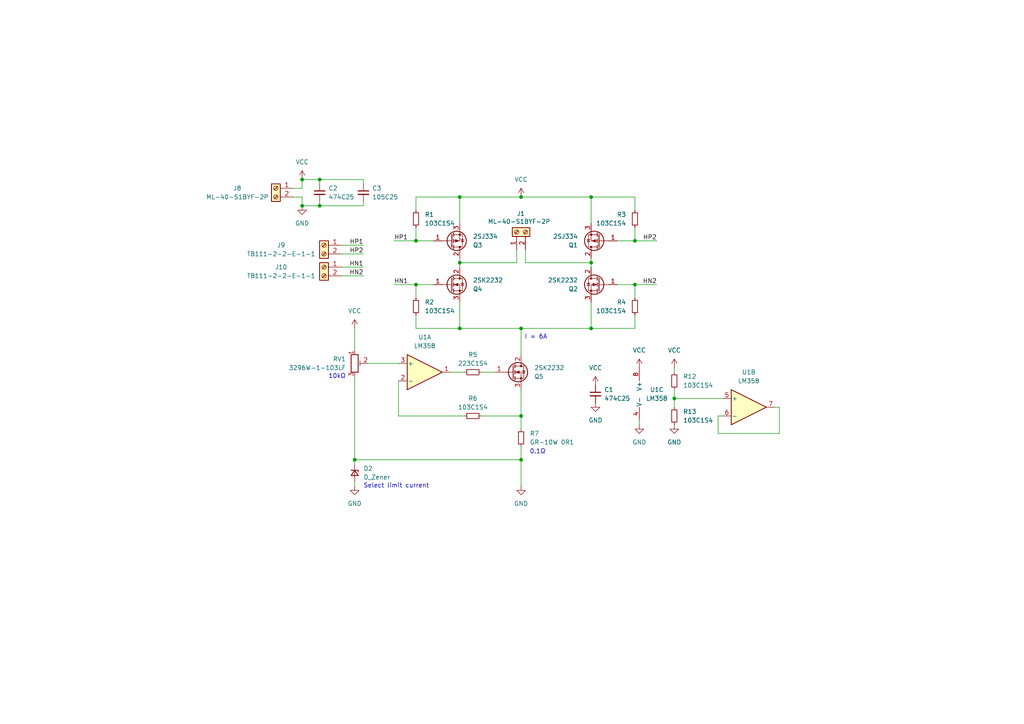
<source format=kicad_sch>
(kicad_sch
	(version 20231120)
	(generator "eeschema")
	(generator_version "8.0")
	(uuid "9f70de02-8abd-4ef2-8255-fff841c2ad6f")
	(paper "A4")
	(lib_symbols
		(symbol "Amplifier_Operational:LM358"
			(pin_names
				(offset 0.127)
			)
			(exclude_from_sim no)
			(in_bom yes)
			(on_board yes)
			(property "Reference" "U"
				(at 0 5.08 0)
				(effects
					(font
						(size 1.27 1.27)
					)
					(justify left)
				)
			)
			(property "Value" "LM358"
				(at 0 -5.08 0)
				(effects
					(font
						(size 1.27 1.27)
					)
					(justify left)
				)
			)
			(property "Footprint" ""
				(at 0 0 0)
				(effects
					(font
						(size 1.27 1.27)
					)
					(hide yes)
				)
			)
			(property "Datasheet" "http://www.ti.com/lit/ds/symlink/lm2904-n.pdf"
				(at 0 0 0)
				(effects
					(font
						(size 1.27 1.27)
					)
					(hide yes)
				)
			)
			(property "Description" "Low-Power, Dual Operational Amplifiers, DIP-8/SOIC-8/TO-99-8"
				(at 0 0 0)
				(effects
					(font
						(size 1.27 1.27)
					)
					(hide yes)
				)
			)
			(property "ki_locked" ""
				(at 0 0 0)
				(effects
					(font
						(size 1.27 1.27)
					)
				)
			)
			(property "ki_keywords" "dual opamp"
				(at 0 0 0)
				(effects
					(font
						(size 1.27 1.27)
					)
					(hide yes)
				)
			)
			(property "ki_fp_filters" "SOIC*3.9x4.9mm*P1.27mm* DIP*W7.62mm* TO*99* OnSemi*Micro8* TSSOP*3x3mm*P0.65mm* TSSOP*4.4x3mm*P0.65mm* MSOP*3x3mm*P0.65mm* SSOP*3.9x4.9mm*P0.635mm* LFCSP*2x2mm*P0.5mm* *SIP* SOIC*5.3x6.2mm*P1.27mm*"
				(at 0 0 0)
				(effects
					(font
						(size 1.27 1.27)
					)
					(hide yes)
				)
			)
			(symbol "LM358_1_1"
				(polyline
					(pts
						(xy -5.08 5.08) (xy 5.08 0) (xy -5.08 -5.08) (xy -5.08 5.08)
					)
					(stroke
						(width 0.254)
						(type default)
					)
					(fill
						(type background)
					)
				)
				(pin output line
					(at 7.62 0 180)
					(length 2.54)
					(name "~"
						(effects
							(font
								(size 1.27 1.27)
							)
						)
					)
					(number "1"
						(effects
							(font
								(size 1.27 1.27)
							)
						)
					)
				)
				(pin input line
					(at -7.62 -2.54 0)
					(length 2.54)
					(name "-"
						(effects
							(font
								(size 1.27 1.27)
							)
						)
					)
					(number "2"
						(effects
							(font
								(size 1.27 1.27)
							)
						)
					)
				)
				(pin input line
					(at -7.62 2.54 0)
					(length 2.54)
					(name "+"
						(effects
							(font
								(size 1.27 1.27)
							)
						)
					)
					(number "3"
						(effects
							(font
								(size 1.27 1.27)
							)
						)
					)
				)
			)
			(symbol "LM358_2_1"
				(polyline
					(pts
						(xy -5.08 5.08) (xy 5.08 0) (xy -5.08 -5.08) (xy -5.08 5.08)
					)
					(stroke
						(width 0.254)
						(type default)
					)
					(fill
						(type background)
					)
				)
				(pin input line
					(at -7.62 2.54 0)
					(length 2.54)
					(name "+"
						(effects
							(font
								(size 1.27 1.27)
							)
						)
					)
					(number "5"
						(effects
							(font
								(size 1.27 1.27)
							)
						)
					)
				)
				(pin input line
					(at -7.62 -2.54 0)
					(length 2.54)
					(name "-"
						(effects
							(font
								(size 1.27 1.27)
							)
						)
					)
					(number "6"
						(effects
							(font
								(size 1.27 1.27)
							)
						)
					)
				)
				(pin output line
					(at 7.62 0 180)
					(length 2.54)
					(name "~"
						(effects
							(font
								(size 1.27 1.27)
							)
						)
					)
					(number "7"
						(effects
							(font
								(size 1.27 1.27)
							)
						)
					)
				)
			)
			(symbol "LM358_3_1"
				(pin power_in line
					(at -2.54 -7.62 90)
					(length 3.81)
					(name "V-"
						(effects
							(font
								(size 1.27 1.27)
							)
						)
					)
					(number "4"
						(effects
							(font
								(size 1.27 1.27)
							)
						)
					)
				)
				(pin power_in line
					(at -2.54 7.62 270)
					(length 3.81)
					(name "V+"
						(effects
							(font
								(size 1.27 1.27)
							)
						)
					)
					(number "8"
						(effects
							(font
								(size 1.27 1.27)
							)
						)
					)
				)
			)
		)
		(symbol "Connector:Screw_Terminal_01x02"
			(pin_names
				(offset 1.016) hide)
			(exclude_from_sim no)
			(in_bom yes)
			(on_board yes)
			(property "Reference" "J"
				(at 0 2.54 0)
				(effects
					(font
						(size 1.27 1.27)
					)
				)
			)
			(property "Value" "Screw_Terminal_01x02"
				(at 0 -5.08 0)
				(effects
					(font
						(size 1.27 1.27)
					)
				)
			)
			(property "Footprint" ""
				(at 0 0 0)
				(effects
					(font
						(size 1.27 1.27)
					)
					(hide yes)
				)
			)
			(property "Datasheet" "~"
				(at 0 0 0)
				(effects
					(font
						(size 1.27 1.27)
					)
					(hide yes)
				)
			)
			(property "Description" "Generic screw terminal, single row, 01x02, script generated (kicad-library-utils/schlib/autogen/connector/)"
				(at 0 0 0)
				(effects
					(font
						(size 1.27 1.27)
					)
					(hide yes)
				)
			)
			(property "ki_keywords" "screw terminal"
				(at 0 0 0)
				(effects
					(font
						(size 1.27 1.27)
					)
					(hide yes)
				)
			)
			(property "ki_fp_filters" "TerminalBlock*:*"
				(at 0 0 0)
				(effects
					(font
						(size 1.27 1.27)
					)
					(hide yes)
				)
			)
			(symbol "Screw_Terminal_01x02_1_1"
				(rectangle
					(start -1.27 1.27)
					(end 1.27 -3.81)
					(stroke
						(width 0.254)
						(type default)
					)
					(fill
						(type background)
					)
				)
				(circle
					(center 0 -2.54)
					(radius 0.635)
					(stroke
						(width 0.1524)
						(type default)
					)
					(fill
						(type none)
					)
				)
				(polyline
					(pts
						(xy -0.5334 -2.2098) (xy 0.3302 -3.048)
					)
					(stroke
						(width 0.1524)
						(type default)
					)
					(fill
						(type none)
					)
				)
				(polyline
					(pts
						(xy -0.5334 0.3302) (xy 0.3302 -0.508)
					)
					(stroke
						(width 0.1524)
						(type default)
					)
					(fill
						(type none)
					)
				)
				(polyline
					(pts
						(xy -0.3556 -2.032) (xy 0.508 -2.8702)
					)
					(stroke
						(width 0.1524)
						(type default)
					)
					(fill
						(type none)
					)
				)
				(polyline
					(pts
						(xy -0.3556 0.508) (xy 0.508 -0.3302)
					)
					(stroke
						(width 0.1524)
						(type default)
					)
					(fill
						(type none)
					)
				)
				(circle
					(center 0 0)
					(radius 0.635)
					(stroke
						(width 0.1524)
						(type default)
					)
					(fill
						(type none)
					)
				)
				(pin passive line
					(at -5.08 0 0)
					(length 3.81)
					(name "Pin_1"
						(effects
							(font
								(size 1.27 1.27)
							)
						)
					)
					(number "1"
						(effects
							(font
								(size 1.27 1.27)
							)
						)
					)
				)
				(pin passive line
					(at -5.08 -2.54 0)
					(length 3.81)
					(name "Pin_2"
						(effects
							(font
								(size 1.27 1.27)
							)
						)
					)
					(number "2"
						(effects
							(font
								(size 1.27 1.27)
							)
						)
					)
				)
			)
		)
		(symbol "Device:C_Small"
			(pin_numbers hide)
			(pin_names
				(offset 0.254) hide)
			(exclude_from_sim no)
			(in_bom yes)
			(on_board yes)
			(property "Reference" "C"
				(at 0.254 1.778 0)
				(effects
					(font
						(size 1.27 1.27)
					)
					(justify left)
				)
			)
			(property "Value" "C_Small"
				(at 0.254 -2.032 0)
				(effects
					(font
						(size 1.27 1.27)
					)
					(justify left)
				)
			)
			(property "Footprint" ""
				(at 0 0 0)
				(effects
					(font
						(size 1.27 1.27)
					)
					(hide yes)
				)
			)
			(property "Datasheet" "~"
				(at 0 0 0)
				(effects
					(font
						(size 1.27 1.27)
					)
					(hide yes)
				)
			)
			(property "Description" "Unpolarized capacitor, small symbol"
				(at 0 0 0)
				(effects
					(font
						(size 1.27 1.27)
					)
					(hide yes)
				)
			)
			(property "ki_keywords" "capacitor cap"
				(at 0 0 0)
				(effects
					(font
						(size 1.27 1.27)
					)
					(hide yes)
				)
			)
			(property "ki_fp_filters" "C_*"
				(at 0 0 0)
				(effects
					(font
						(size 1.27 1.27)
					)
					(hide yes)
				)
			)
			(symbol "C_Small_0_1"
				(polyline
					(pts
						(xy -1.524 -0.508) (xy 1.524 -0.508)
					)
					(stroke
						(width 0.3302)
						(type default)
					)
					(fill
						(type none)
					)
				)
				(polyline
					(pts
						(xy -1.524 0.508) (xy 1.524 0.508)
					)
					(stroke
						(width 0.3048)
						(type default)
					)
					(fill
						(type none)
					)
				)
			)
			(symbol "C_Small_1_1"
				(pin passive line
					(at 0 2.54 270)
					(length 2.032)
					(name "~"
						(effects
							(font
								(size 1.27 1.27)
							)
						)
					)
					(number "1"
						(effects
							(font
								(size 1.27 1.27)
							)
						)
					)
				)
				(pin passive line
					(at 0 -2.54 90)
					(length 2.032)
					(name "~"
						(effects
							(font
								(size 1.27 1.27)
							)
						)
					)
					(number "2"
						(effects
							(font
								(size 1.27 1.27)
							)
						)
					)
				)
			)
		)
		(symbol "Device:D_Zener_Small"
			(pin_numbers hide)
			(pin_names
				(offset 0.254) hide)
			(exclude_from_sim no)
			(in_bom yes)
			(on_board yes)
			(property "Reference" "D"
				(at 0 2.286 0)
				(effects
					(font
						(size 1.27 1.27)
					)
				)
			)
			(property "Value" "D_Zener_Small"
				(at 0 -2.286 0)
				(effects
					(font
						(size 1.27 1.27)
					)
				)
			)
			(property "Footprint" ""
				(at 0 0 90)
				(effects
					(font
						(size 1.27 1.27)
					)
					(hide yes)
				)
			)
			(property "Datasheet" "~"
				(at 0 0 90)
				(effects
					(font
						(size 1.27 1.27)
					)
					(hide yes)
				)
			)
			(property "Description" "Zener diode, small symbol"
				(at 0 0 0)
				(effects
					(font
						(size 1.27 1.27)
					)
					(hide yes)
				)
			)
			(property "ki_keywords" "diode"
				(at 0 0 0)
				(effects
					(font
						(size 1.27 1.27)
					)
					(hide yes)
				)
			)
			(property "ki_fp_filters" "TO-???* *_Diode_* *SingleDiode* D_*"
				(at 0 0 0)
				(effects
					(font
						(size 1.27 1.27)
					)
					(hide yes)
				)
			)
			(symbol "D_Zener_Small_0_1"
				(polyline
					(pts
						(xy 0.762 0) (xy -0.762 0)
					)
					(stroke
						(width 0)
						(type default)
					)
					(fill
						(type none)
					)
				)
				(polyline
					(pts
						(xy -0.254 1.016) (xy -0.762 1.016) (xy -0.762 -1.016)
					)
					(stroke
						(width 0.254)
						(type default)
					)
					(fill
						(type none)
					)
				)
				(polyline
					(pts
						(xy 0.762 1.016) (xy -0.762 0) (xy 0.762 -1.016) (xy 0.762 1.016)
					)
					(stroke
						(width 0.254)
						(type default)
					)
					(fill
						(type none)
					)
				)
			)
			(symbol "D_Zener_Small_1_1"
				(pin passive line
					(at -2.54 0 0)
					(length 1.778)
					(name "K"
						(effects
							(font
								(size 1.27 1.27)
							)
						)
					)
					(number "1"
						(effects
							(font
								(size 1.27 1.27)
							)
						)
					)
				)
				(pin passive line
					(at 2.54 0 180)
					(length 1.778)
					(name "A"
						(effects
							(font
								(size 1.27 1.27)
							)
						)
					)
					(number "2"
						(effects
							(font
								(size 1.27 1.27)
							)
						)
					)
				)
			)
		)
		(symbol "Device:Q_NMOS_GDS"
			(pin_names
				(offset 0) hide)
			(exclude_from_sim no)
			(in_bom yes)
			(on_board yes)
			(property "Reference" "Q"
				(at 5.08 1.27 0)
				(effects
					(font
						(size 1.27 1.27)
					)
					(justify left)
				)
			)
			(property "Value" "Q_NMOS_GDS"
				(at 5.08 -1.27 0)
				(effects
					(font
						(size 1.27 1.27)
					)
					(justify left)
				)
			)
			(property "Footprint" ""
				(at 5.08 2.54 0)
				(effects
					(font
						(size 1.27 1.27)
					)
					(hide yes)
				)
			)
			(property "Datasheet" "~"
				(at 0 0 0)
				(effects
					(font
						(size 1.27 1.27)
					)
					(hide yes)
				)
			)
			(property "Description" "N-MOSFET transistor, gate/drain/source"
				(at 0 0 0)
				(effects
					(font
						(size 1.27 1.27)
					)
					(hide yes)
				)
			)
			(property "ki_keywords" "transistor NMOS N-MOS N-MOSFET"
				(at 0 0 0)
				(effects
					(font
						(size 1.27 1.27)
					)
					(hide yes)
				)
			)
			(symbol "Q_NMOS_GDS_0_1"
				(polyline
					(pts
						(xy 0.254 0) (xy -2.54 0)
					)
					(stroke
						(width 0)
						(type default)
					)
					(fill
						(type none)
					)
				)
				(polyline
					(pts
						(xy 0.254 1.905) (xy 0.254 -1.905)
					)
					(stroke
						(width 0.254)
						(type default)
					)
					(fill
						(type none)
					)
				)
				(polyline
					(pts
						(xy 0.762 -1.27) (xy 0.762 -2.286)
					)
					(stroke
						(width 0.254)
						(type default)
					)
					(fill
						(type none)
					)
				)
				(polyline
					(pts
						(xy 0.762 0.508) (xy 0.762 -0.508)
					)
					(stroke
						(width 0.254)
						(type default)
					)
					(fill
						(type none)
					)
				)
				(polyline
					(pts
						(xy 0.762 2.286) (xy 0.762 1.27)
					)
					(stroke
						(width 0.254)
						(type default)
					)
					(fill
						(type none)
					)
				)
				(polyline
					(pts
						(xy 2.54 2.54) (xy 2.54 1.778)
					)
					(stroke
						(width 0)
						(type default)
					)
					(fill
						(type none)
					)
				)
				(polyline
					(pts
						(xy 2.54 -2.54) (xy 2.54 0) (xy 0.762 0)
					)
					(stroke
						(width 0)
						(type default)
					)
					(fill
						(type none)
					)
				)
				(polyline
					(pts
						(xy 0.762 -1.778) (xy 3.302 -1.778) (xy 3.302 1.778) (xy 0.762 1.778)
					)
					(stroke
						(width 0)
						(type default)
					)
					(fill
						(type none)
					)
				)
				(polyline
					(pts
						(xy 1.016 0) (xy 2.032 0.381) (xy 2.032 -0.381) (xy 1.016 0)
					)
					(stroke
						(width 0)
						(type default)
					)
					(fill
						(type outline)
					)
				)
				(polyline
					(pts
						(xy 2.794 0.508) (xy 2.921 0.381) (xy 3.683 0.381) (xy 3.81 0.254)
					)
					(stroke
						(width 0)
						(type default)
					)
					(fill
						(type none)
					)
				)
				(polyline
					(pts
						(xy 3.302 0.381) (xy 2.921 -0.254) (xy 3.683 -0.254) (xy 3.302 0.381)
					)
					(stroke
						(width 0)
						(type default)
					)
					(fill
						(type none)
					)
				)
				(circle
					(center 1.651 0)
					(radius 2.794)
					(stroke
						(width 0.254)
						(type default)
					)
					(fill
						(type none)
					)
				)
				(circle
					(center 2.54 -1.778)
					(radius 0.254)
					(stroke
						(width 0)
						(type default)
					)
					(fill
						(type outline)
					)
				)
				(circle
					(center 2.54 1.778)
					(radius 0.254)
					(stroke
						(width 0)
						(type default)
					)
					(fill
						(type outline)
					)
				)
			)
			(symbol "Q_NMOS_GDS_1_1"
				(pin input line
					(at -5.08 0 0)
					(length 2.54)
					(name "G"
						(effects
							(font
								(size 1.27 1.27)
							)
						)
					)
					(number "1"
						(effects
							(font
								(size 1.27 1.27)
							)
						)
					)
				)
				(pin passive line
					(at 2.54 5.08 270)
					(length 2.54)
					(name "D"
						(effects
							(font
								(size 1.27 1.27)
							)
						)
					)
					(number "2"
						(effects
							(font
								(size 1.27 1.27)
							)
						)
					)
				)
				(pin passive line
					(at 2.54 -5.08 90)
					(length 2.54)
					(name "S"
						(effects
							(font
								(size 1.27 1.27)
							)
						)
					)
					(number "3"
						(effects
							(font
								(size 1.27 1.27)
							)
						)
					)
				)
			)
		)
		(symbol "Device:Q_PMOS_GDS"
			(pin_names
				(offset 0) hide)
			(exclude_from_sim no)
			(in_bom yes)
			(on_board yes)
			(property "Reference" "Q"
				(at 5.08 1.27 0)
				(effects
					(font
						(size 1.27 1.27)
					)
					(justify left)
				)
			)
			(property "Value" "Q_PMOS_GDS"
				(at 5.08 -1.27 0)
				(effects
					(font
						(size 1.27 1.27)
					)
					(justify left)
				)
			)
			(property "Footprint" ""
				(at 5.08 2.54 0)
				(effects
					(font
						(size 1.27 1.27)
					)
					(hide yes)
				)
			)
			(property "Datasheet" "~"
				(at 0 0 0)
				(effects
					(font
						(size 1.27 1.27)
					)
					(hide yes)
				)
			)
			(property "Description" "P-MOSFET transistor, gate/drain/source"
				(at 0 0 0)
				(effects
					(font
						(size 1.27 1.27)
					)
					(hide yes)
				)
			)
			(property "ki_keywords" "transistor PMOS P-MOS P-MOSFET"
				(at 0 0 0)
				(effects
					(font
						(size 1.27 1.27)
					)
					(hide yes)
				)
			)
			(symbol "Q_PMOS_GDS_0_1"
				(polyline
					(pts
						(xy 0.254 0) (xy -2.54 0)
					)
					(stroke
						(width 0)
						(type default)
					)
					(fill
						(type none)
					)
				)
				(polyline
					(pts
						(xy 0.254 1.905) (xy 0.254 -1.905)
					)
					(stroke
						(width 0.254)
						(type default)
					)
					(fill
						(type none)
					)
				)
				(polyline
					(pts
						(xy 0.762 -1.27) (xy 0.762 -2.286)
					)
					(stroke
						(width 0.254)
						(type default)
					)
					(fill
						(type none)
					)
				)
				(polyline
					(pts
						(xy 0.762 0.508) (xy 0.762 -0.508)
					)
					(stroke
						(width 0.254)
						(type default)
					)
					(fill
						(type none)
					)
				)
				(polyline
					(pts
						(xy 0.762 2.286) (xy 0.762 1.27)
					)
					(stroke
						(width 0.254)
						(type default)
					)
					(fill
						(type none)
					)
				)
				(polyline
					(pts
						(xy 2.54 2.54) (xy 2.54 1.778)
					)
					(stroke
						(width 0)
						(type default)
					)
					(fill
						(type none)
					)
				)
				(polyline
					(pts
						(xy 2.54 -2.54) (xy 2.54 0) (xy 0.762 0)
					)
					(stroke
						(width 0)
						(type default)
					)
					(fill
						(type none)
					)
				)
				(polyline
					(pts
						(xy 0.762 1.778) (xy 3.302 1.778) (xy 3.302 -1.778) (xy 0.762 -1.778)
					)
					(stroke
						(width 0)
						(type default)
					)
					(fill
						(type none)
					)
				)
				(polyline
					(pts
						(xy 2.286 0) (xy 1.27 0.381) (xy 1.27 -0.381) (xy 2.286 0)
					)
					(stroke
						(width 0)
						(type default)
					)
					(fill
						(type outline)
					)
				)
				(polyline
					(pts
						(xy 2.794 -0.508) (xy 2.921 -0.381) (xy 3.683 -0.381) (xy 3.81 -0.254)
					)
					(stroke
						(width 0)
						(type default)
					)
					(fill
						(type none)
					)
				)
				(polyline
					(pts
						(xy 3.302 -0.381) (xy 2.921 0.254) (xy 3.683 0.254) (xy 3.302 -0.381)
					)
					(stroke
						(width 0)
						(type default)
					)
					(fill
						(type none)
					)
				)
				(circle
					(center 1.651 0)
					(radius 2.794)
					(stroke
						(width 0.254)
						(type default)
					)
					(fill
						(type none)
					)
				)
				(circle
					(center 2.54 -1.778)
					(radius 0.254)
					(stroke
						(width 0)
						(type default)
					)
					(fill
						(type outline)
					)
				)
				(circle
					(center 2.54 1.778)
					(radius 0.254)
					(stroke
						(width 0)
						(type default)
					)
					(fill
						(type outline)
					)
				)
			)
			(symbol "Q_PMOS_GDS_1_1"
				(pin input line
					(at -5.08 0 0)
					(length 2.54)
					(name "G"
						(effects
							(font
								(size 1.27 1.27)
							)
						)
					)
					(number "1"
						(effects
							(font
								(size 1.27 1.27)
							)
						)
					)
				)
				(pin passive line
					(at 2.54 5.08 270)
					(length 2.54)
					(name "D"
						(effects
							(font
								(size 1.27 1.27)
							)
						)
					)
					(number "2"
						(effects
							(font
								(size 1.27 1.27)
							)
						)
					)
				)
				(pin passive line
					(at 2.54 -5.08 90)
					(length 2.54)
					(name "S"
						(effects
							(font
								(size 1.27 1.27)
							)
						)
					)
					(number "3"
						(effects
							(font
								(size 1.27 1.27)
							)
						)
					)
				)
			)
		)
		(symbol "Device:R_Potentiometer_Trim"
			(pin_names
				(offset 1.016) hide)
			(exclude_from_sim no)
			(in_bom yes)
			(on_board yes)
			(property "Reference" "RV"
				(at -4.445 0 90)
				(effects
					(font
						(size 1.27 1.27)
					)
				)
			)
			(property "Value" "R_Potentiometer_Trim"
				(at -2.54 0 90)
				(effects
					(font
						(size 1.27 1.27)
					)
				)
			)
			(property "Footprint" ""
				(at 0 0 0)
				(effects
					(font
						(size 1.27 1.27)
					)
					(hide yes)
				)
			)
			(property "Datasheet" "~"
				(at 0 0 0)
				(effects
					(font
						(size 1.27 1.27)
					)
					(hide yes)
				)
			)
			(property "Description" "Trim-potentiometer"
				(at 0 0 0)
				(effects
					(font
						(size 1.27 1.27)
					)
					(hide yes)
				)
			)
			(property "ki_keywords" "resistor variable trimpot trimmer"
				(at 0 0 0)
				(effects
					(font
						(size 1.27 1.27)
					)
					(hide yes)
				)
			)
			(property "ki_fp_filters" "Potentiometer*"
				(at 0 0 0)
				(effects
					(font
						(size 1.27 1.27)
					)
					(hide yes)
				)
			)
			(symbol "R_Potentiometer_Trim_0_1"
				(polyline
					(pts
						(xy 1.524 0.762) (xy 1.524 -0.762)
					)
					(stroke
						(width 0)
						(type default)
					)
					(fill
						(type none)
					)
				)
				(polyline
					(pts
						(xy 2.54 0) (xy 1.524 0)
					)
					(stroke
						(width 0)
						(type default)
					)
					(fill
						(type none)
					)
				)
				(rectangle
					(start 1.016 2.54)
					(end -1.016 -2.54)
					(stroke
						(width 0.254)
						(type default)
					)
					(fill
						(type none)
					)
				)
			)
			(symbol "R_Potentiometer_Trim_1_1"
				(pin passive line
					(at 0 3.81 270)
					(length 1.27)
					(name "1"
						(effects
							(font
								(size 1.27 1.27)
							)
						)
					)
					(number "1"
						(effects
							(font
								(size 1.27 1.27)
							)
						)
					)
				)
				(pin passive line
					(at 3.81 0 180)
					(length 1.27)
					(name "2"
						(effects
							(font
								(size 1.27 1.27)
							)
						)
					)
					(number "2"
						(effects
							(font
								(size 1.27 1.27)
							)
						)
					)
				)
				(pin passive line
					(at 0 -3.81 90)
					(length 1.27)
					(name "3"
						(effects
							(font
								(size 1.27 1.27)
							)
						)
					)
					(number "3"
						(effects
							(font
								(size 1.27 1.27)
							)
						)
					)
				)
			)
		)
		(symbol "Device:R_Small"
			(pin_numbers hide)
			(pin_names
				(offset 0.254) hide)
			(exclude_from_sim no)
			(in_bom yes)
			(on_board yes)
			(property "Reference" "R"
				(at 0.762 0.508 0)
				(effects
					(font
						(size 1.27 1.27)
					)
					(justify left)
				)
			)
			(property "Value" "R_Small"
				(at 0.762 -1.016 0)
				(effects
					(font
						(size 1.27 1.27)
					)
					(justify left)
				)
			)
			(property "Footprint" ""
				(at 0 0 0)
				(effects
					(font
						(size 1.27 1.27)
					)
					(hide yes)
				)
			)
			(property "Datasheet" "~"
				(at 0 0 0)
				(effects
					(font
						(size 1.27 1.27)
					)
					(hide yes)
				)
			)
			(property "Description" "Resistor, small symbol"
				(at 0 0 0)
				(effects
					(font
						(size 1.27 1.27)
					)
					(hide yes)
				)
			)
			(property "ki_keywords" "R resistor"
				(at 0 0 0)
				(effects
					(font
						(size 1.27 1.27)
					)
					(hide yes)
				)
			)
			(property "ki_fp_filters" "R_*"
				(at 0 0 0)
				(effects
					(font
						(size 1.27 1.27)
					)
					(hide yes)
				)
			)
			(symbol "R_Small_0_1"
				(rectangle
					(start -0.762 1.778)
					(end 0.762 -1.778)
					(stroke
						(width 0.2032)
						(type default)
					)
					(fill
						(type none)
					)
				)
			)
			(symbol "R_Small_1_1"
				(pin passive line
					(at 0 2.54 270)
					(length 0.762)
					(name "~"
						(effects
							(font
								(size 1.27 1.27)
							)
						)
					)
					(number "1"
						(effects
							(font
								(size 1.27 1.27)
							)
						)
					)
				)
				(pin passive line
					(at 0 -2.54 90)
					(length 0.762)
					(name "~"
						(effects
							(font
								(size 1.27 1.27)
							)
						)
					)
					(number "2"
						(effects
							(font
								(size 1.27 1.27)
							)
						)
					)
				)
			)
		)
		(symbol "power:GND"
			(power)
			(pin_numbers hide)
			(pin_names
				(offset 0) hide)
			(exclude_from_sim no)
			(in_bom yes)
			(on_board yes)
			(property "Reference" "#PWR"
				(at 0 -6.35 0)
				(effects
					(font
						(size 1.27 1.27)
					)
					(hide yes)
				)
			)
			(property "Value" "GND"
				(at 0 -3.81 0)
				(effects
					(font
						(size 1.27 1.27)
					)
				)
			)
			(property "Footprint" ""
				(at 0 0 0)
				(effects
					(font
						(size 1.27 1.27)
					)
					(hide yes)
				)
			)
			(property "Datasheet" ""
				(at 0 0 0)
				(effects
					(font
						(size 1.27 1.27)
					)
					(hide yes)
				)
			)
			(property "Description" "Power symbol creates a global label with name \"GND\" , ground"
				(at 0 0 0)
				(effects
					(font
						(size 1.27 1.27)
					)
					(hide yes)
				)
			)
			(property "ki_keywords" "global power"
				(at 0 0 0)
				(effects
					(font
						(size 1.27 1.27)
					)
					(hide yes)
				)
			)
			(symbol "GND_0_1"
				(polyline
					(pts
						(xy 0 0) (xy 0 -1.27) (xy 1.27 -1.27) (xy 0 -2.54) (xy -1.27 -1.27) (xy 0 -1.27)
					)
					(stroke
						(width 0)
						(type default)
					)
					(fill
						(type none)
					)
				)
			)
			(symbol "GND_1_1"
				(pin power_in line
					(at 0 0 270)
					(length 0)
					(name "~"
						(effects
							(font
								(size 1.27 1.27)
							)
						)
					)
					(number "1"
						(effects
							(font
								(size 1.27 1.27)
							)
						)
					)
				)
			)
		)
		(symbol "power:VCC"
			(power)
			(pin_numbers hide)
			(pin_names
				(offset 0) hide)
			(exclude_from_sim no)
			(in_bom yes)
			(on_board yes)
			(property "Reference" "#PWR"
				(at 0 -3.81 0)
				(effects
					(font
						(size 1.27 1.27)
					)
					(hide yes)
				)
			)
			(property "Value" "VCC"
				(at 0 3.556 0)
				(effects
					(font
						(size 1.27 1.27)
					)
				)
			)
			(property "Footprint" ""
				(at 0 0 0)
				(effects
					(font
						(size 1.27 1.27)
					)
					(hide yes)
				)
			)
			(property "Datasheet" ""
				(at 0 0 0)
				(effects
					(font
						(size 1.27 1.27)
					)
					(hide yes)
				)
			)
			(property "Description" "Power symbol creates a global label with name \"VCC\""
				(at 0 0 0)
				(effects
					(font
						(size 1.27 1.27)
					)
					(hide yes)
				)
			)
			(property "ki_keywords" "global power"
				(at 0 0 0)
				(effects
					(font
						(size 1.27 1.27)
					)
					(hide yes)
				)
			)
			(symbol "VCC_0_1"
				(polyline
					(pts
						(xy -0.762 1.27) (xy 0 2.54)
					)
					(stroke
						(width 0)
						(type default)
					)
					(fill
						(type none)
					)
				)
				(polyline
					(pts
						(xy 0 0) (xy 0 2.54)
					)
					(stroke
						(width 0)
						(type default)
					)
					(fill
						(type none)
					)
				)
				(polyline
					(pts
						(xy 0 2.54) (xy 0.762 1.27)
					)
					(stroke
						(width 0)
						(type default)
					)
					(fill
						(type none)
					)
				)
			)
			(symbol "VCC_1_1"
				(pin power_in line
					(at 0 0 90)
					(length 0)
					(name "~"
						(effects
							(font
								(size 1.27 1.27)
							)
						)
					)
					(number "1"
						(effects
							(font
								(size 1.27 1.27)
							)
						)
					)
				)
			)
		)
	)
	(junction
		(at 195.58 115.57)
		(diameter 0)
		(color 0 0 0 0)
		(uuid "10a816ec-2dfb-4c1f-837e-5f8e0a25b38e")
	)
	(junction
		(at 184.15 69.85)
		(diameter 0)
		(color 0 0 0 0)
		(uuid "27ed9ac4-510b-4593-8c2a-39e13ba810d1")
	)
	(junction
		(at 171.45 95.25)
		(diameter 0)
		(color 0 0 0 0)
		(uuid "2e4ad8af-e990-49ff-8cca-31eae613640a")
	)
	(junction
		(at 151.13 57.15)
		(diameter 0)
		(color 0 0 0 0)
		(uuid "5230344a-62ab-4821-887b-1f55b163e6a2")
	)
	(junction
		(at 151.13 120.65)
		(diameter 0)
		(color 0 0 0 0)
		(uuid "63e42f87-b2fb-4e0b-a88b-1e1b52c4e68f")
	)
	(junction
		(at 133.35 95.25)
		(diameter 0)
		(color 0 0 0 0)
		(uuid "709c2195-a2b1-4b3f-9e62-3f25b9b403d4")
	)
	(junction
		(at 120.65 69.85)
		(diameter 0)
		(color 0 0 0 0)
		(uuid "791aebec-2d68-4386-8f9b-090f16c4d66f")
	)
	(junction
		(at 87.63 52.07)
		(diameter 0)
		(color 0 0 0 0)
		(uuid "8a24177b-2679-44fb-81e3-4817cdc95701")
	)
	(junction
		(at 171.45 57.15)
		(diameter 0)
		(color 0 0 0 0)
		(uuid "928336b4-60ad-4191-8c38-d75aad64bfe0")
	)
	(junction
		(at 151.13 133.35)
		(diameter 0)
		(color 0 0 0 0)
		(uuid "9859a331-4987-44f6-bf95-ca84b9cf878a")
	)
	(junction
		(at 87.63 59.69)
		(diameter 0)
		(color 0 0 0 0)
		(uuid "9f944dc0-4b4d-4a46-9c7d-86d71266d9c8")
	)
	(junction
		(at 102.87 133.35)
		(diameter 0)
		(color 0 0 0 0)
		(uuid "ae740c69-5db1-4969-9229-f9b04d583b36")
	)
	(junction
		(at 133.35 76.2)
		(diameter 0)
		(color 0 0 0 0)
		(uuid "c81bab20-4f41-4691-a0bd-ee87d3912a93")
	)
	(junction
		(at 184.15 82.55)
		(diameter 0)
		(color 0 0 0 0)
		(uuid "dfd348bf-f444-43bd-b94d-19109e4cf764")
	)
	(junction
		(at 92.71 59.69)
		(diameter 0)
		(color 0 0 0 0)
		(uuid "e268dfb1-557d-4c81-832c-cdf686bdc5aa")
	)
	(junction
		(at 120.65 82.55)
		(diameter 0)
		(color 0 0 0 0)
		(uuid "e6232b72-62fd-43f0-94d5-09e7f92c1b0b")
	)
	(junction
		(at 92.71 52.07)
		(diameter 0)
		(color 0 0 0 0)
		(uuid "ea35860e-fe60-424e-a0ab-49d944f5bc7f")
	)
	(junction
		(at 151.13 95.25)
		(diameter 0)
		(color 0 0 0 0)
		(uuid "eab668cc-e2e8-438e-b5ca-712880889a94")
	)
	(junction
		(at 171.45 76.2)
		(diameter 0)
		(color 0 0 0 0)
		(uuid "eea584e1-c1d6-4bc0-8bdc-5ca1117b6609")
	)
	(junction
		(at 133.35 57.15)
		(diameter 0)
		(color 0 0 0 0)
		(uuid "f8c8dfdd-b384-4ef5-85f0-bb6758b2d3b0")
	)
	(wire
		(pts
			(xy 208.28 120.65) (xy 209.55 120.65)
		)
		(stroke
			(width 0)
			(type default)
		)
		(uuid "000a1835-cd63-425f-8419-fa960b560834")
	)
	(wire
		(pts
			(xy 105.41 71.12) (xy 99.06 71.12)
		)
		(stroke
			(width 0)
			(type default)
		)
		(uuid "02ee0794-1a96-40dc-b861-10544f16ae37")
	)
	(wire
		(pts
			(xy 171.45 74.93) (xy 171.45 76.2)
		)
		(stroke
			(width 0)
			(type default)
		)
		(uuid "02f7f209-06d9-426b-9e8c-e1c035e2436f")
	)
	(wire
		(pts
			(xy 226.06 118.11) (xy 224.79 118.11)
		)
		(stroke
			(width 0)
			(type default)
		)
		(uuid "03ef78af-676e-457c-9957-7fcfc7babafc")
	)
	(wire
		(pts
			(xy 133.35 74.93) (xy 133.35 76.2)
		)
		(stroke
			(width 0)
			(type default)
		)
		(uuid "05e06ab5-6693-43cf-924b-5699cd3516c1")
	)
	(wire
		(pts
			(xy 114.3 69.85) (xy 120.65 69.85)
		)
		(stroke
			(width 0)
			(type default)
		)
		(uuid "07f4c9be-816b-47ec-a6aa-92952a00c3aa")
	)
	(wire
		(pts
			(xy 171.45 57.15) (xy 184.15 57.15)
		)
		(stroke
			(width 0)
			(type default)
		)
		(uuid "0c8b91de-2358-431c-acd8-7e6174ab033b")
	)
	(wire
		(pts
			(xy 102.87 109.22) (xy 102.87 133.35)
		)
		(stroke
			(width 0)
			(type default)
		)
		(uuid "0df52af8-3a8a-4119-bbec-b8297ed29c77")
	)
	(wire
		(pts
			(xy 195.58 106.68) (xy 195.58 107.95)
		)
		(stroke
			(width 0)
			(type default)
		)
		(uuid "0e4818e9-4921-4bf8-a6c6-431216bfe97b")
	)
	(wire
		(pts
			(xy 184.15 66.04) (xy 184.15 69.85)
		)
		(stroke
			(width 0)
			(type default)
		)
		(uuid "12578d39-d2c1-454a-b15c-d403c25b5f69")
	)
	(wire
		(pts
			(xy 92.71 52.07) (xy 92.71 53.34)
		)
		(stroke
			(width 0)
			(type default)
		)
		(uuid "19e536bc-1286-4e76-a595-e594ca800abe")
	)
	(wire
		(pts
			(xy 120.65 91.44) (xy 120.65 95.25)
		)
		(stroke
			(width 0)
			(type default)
		)
		(uuid "1e178463-112d-4814-b1dd-04f020504656")
	)
	(wire
		(pts
			(xy 190.5 69.85) (xy 184.15 69.85)
		)
		(stroke
			(width 0)
			(type default)
		)
		(uuid "20d2337c-26cc-4d16-96f0-8bcd408c5220")
	)
	(wire
		(pts
			(xy 139.7 120.65) (xy 151.13 120.65)
		)
		(stroke
			(width 0)
			(type default)
		)
		(uuid "292e43f4-5f94-4412-8299-440fb678f843")
	)
	(wire
		(pts
			(xy 120.65 86.36) (xy 120.65 82.55)
		)
		(stroke
			(width 0)
			(type default)
		)
		(uuid "3031896d-ac28-4543-a116-f6bdc15dbd9b")
	)
	(wire
		(pts
			(xy 133.35 76.2) (xy 149.86 76.2)
		)
		(stroke
			(width 0)
			(type default)
		)
		(uuid "3100909a-4344-499c-b583-17112287bca2")
	)
	(wire
		(pts
			(xy 152.4 76.2) (xy 152.4 72.39)
		)
		(stroke
			(width 0)
			(type default)
		)
		(uuid "3174c14d-354a-498c-9556-1caa27007c0f")
	)
	(wire
		(pts
			(xy 120.65 95.25) (xy 133.35 95.25)
		)
		(stroke
			(width 0)
			(type default)
		)
		(uuid "3203eb2a-2082-4fb3-969f-9169d3eee9c3")
	)
	(wire
		(pts
			(xy 87.63 52.07) (xy 87.63 54.61)
		)
		(stroke
			(width 0)
			(type default)
		)
		(uuid "35a9d112-bf41-4e80-987a-3f0a2714f2c3")
	)
	(wire
		(pts
			(xy 106.68 105.41) (xy 115.57 105.41)
		)
		(stroke
			(width 0)
			(type default)
		)
		(uuid "380c3d2a-cbb2-49e6-8a8c-ae7141d1c8b4")
	)
	(wire
		(pts
			(xy 151.13 120.65) (xy 151.13 113.03)
		)
		(stroke
			(width 0)
			(type default)
		)
		(uuid "39ca12ee-4a09-4a12-9723-6329328f974e")
	)
	(wire
		(pts
			(xy 105.41 80.01) (xy 99.06 80.01)
		)
		(stroke
			(width 0)
			(type default)
		)
		(uuid "3c400a1b-6f2a-4400-9a1e-13403f726aca")
	)
	(wire
		(pts
			(xy 105.41 59.69) (xy 105.41 58.42)
		)
		(stroke
			(width 0)
			(type default)
		)
		(uuid "4265aeed-45f2-44ee-8bd6-e04c731b8745")
	)
	(wire
		(pts
			(xy 120.65 60.96) (xy 120.65 57.15)
		)
		(stroke
			(width 0)
			(type default)
		)
		(uuid "4582cecc-7207-41b3-a580-5726451d4711")
	)
	(wire
		(pts
			(xy 208.28 125.73) (xy 208.28 120.65)
		)
		(stroke
			(width 0)
			(type default)
		)
		(uuid "463aa44c-96c5-425a-bb60-bcff47923039")
	)
	(wire
		(pts
			(xy 171.45 64.77) (xy 171.45 57.15)
		)
		(stroke
			(width 0)
			(type default)
		)
		(uuid "56ecbe8a-b1e9-4b3f-ba97-026af0b63485")
	)
	(wire
		(pts
			(xy 184.15 95.25) (xy 184.15 91.44)
		)
		(stroke
			(width 0)
			(type default)
		)
		(uuid "58698324-af45-46ff-95dc-64d726c56c88")
	)
	(wire
		(pts
			(xy 92.71 59.69) (xy 92.71 58.42)
		)
		(stroke
			(width 0)
			(type default)
		)
		(uuid "5a97ef67-0b3b-4151-91dd-a254c039aba2")
	)
	(wire
		(pts
			(xy 87.63 59.69) (xy 92.71 59.69)
		)
		(stroke
			(width 0)
			(type default)
		)
		(uuid "5f44a118-d4c6-4f3f-87e1-47ebc310a5c0")
	)
	(wire
		(pts
			(xy 87.63 52.07) (xy 92.71 52.07)
		)
		(stroke
			(width 0)
			(type default)
		)
		(uuid "601c0f11-c36e-4b31-b366-5fcd566b65ff")
	)
	(wire
		(pts
			(xy 171.45 76.2) (xy 171.45 77.47)
		)
		(stroke
			(width 0)
			(type default)
		)
		(uuid "60876021-175a-4f41-8ee0-33d2012067d5")
	)
	(wire
		(pts
			(xy 92.71 59.69) (xy 105.41 59.69)
		)
		(stroke
			(width 0)
			(type default)
		)
		(uuid "625cde5a-08c3-497d-ae5d-862e3538ba8d")
	)
	(wire
		(pts
			(xy 184.15 57.15) (xy 184.15 60.96)
		)
		(stroke
			(width 0)
			(type default)
		)
		(uuid "681a9549-3352-4864-a6b2-191667d6f10c")
	)
	(wire
		(pts
			(xy 184.15 69.85) (xy 179.07 69.85)
		)
		(stroke
			(width 0)
			(type default)
		)
		(uuid "6946605e-e4a8-4ba1-8321-980328fe3b46")
	)
	(wire
		(pts
			(xy 87.63 57.15) (xy 87.63 59.69)
		)
		(stroke
			(width 0)
			(type default)
		)
		(uuid "6b2a562a-4b5b-46d2-a86e-b63f45aa1235")
	)
	(wire
		(pts
			(xy 133.35 57.15) (xy 151.13 57.15)
		)
		(stroke
			(width 0)
			(type default)
		)
		(uuid "6d13db33-d7f4-4a7d-ab30-a692f32a9e7d")
	)
	(wire
		(pts
			(xy 195.58 115.57) (xy 195.58 118.11)
		)
		(stroke
			(width 0)
			(type default)
		)
		(uuid "6fa826b7-6e0d-4310-9afb-8d1aa687f752")
	)
	(wire
		(pts
			(xy 139.7 107.95) (xy 143.51 107.95)
		)
		(stroke
			(width 0)
			(type default)
		)
		(uuid "70b90e48-96c3-4301-8cfc-c9d5b6e645e6")
	)
	(wire
		(pts
			(xy 151.13 57.15) (xy 171.45 57.15)
		)
		(stroke
			(width 0)
			(type default)
		)
		(uuid "748b2e04-0bed-4fb1-910f-a85b07d5ea42")
	)
	(wire
		(pts
			(xy 102.87 133.35) (xy 151.13 133.35)
		)
		(stroke
			(width 0)
			(type default)
		)
		(uuid "74c477eb-3539-4d56-afbd-610b9229d05b")
	)
	(wire
		(pts
			(xy 185.42 121.92) (xy 185.42 123.19)
		)
		(stroke
			(width 0)
			(type default)
		)
		(uuid "7cee4208-d921-49b8-88a7-b8b8266ec478")
	)
	(wire
		(pts
			(xy 115.57 110.49) (xy 115.57 120.65)
		)
		(stroke
			(width 0)
			(type default)
		)
		(uuid "7ea84c8f-403c-4015-a5d7-4817e0b35ca0")
	)
	(wire
		(pts
			(xy 102.87 95.25) (xy 102.87 101.6)
		)
		(stroke
			(width 0)
			(type default)
		)
		(uuid "7fd93e49-cd14-4fe1-9e6d-042889b5864e")
	)
	(wire
		(pts
			(xy 130.81 107.95) (xy 134.62 107.95)
		)
		(stroke
			(width 0)
			(type default)
		)
		(uuid "80340f1f-ca9b-47a4-831b-56fe5d75b302")
	)
	(wire
		(pts
			(xy 133.35 95.25) (xy 151.13 95.25)
		)
		(stroke
			(width 0)
			(type default)
		)
		(uuid "84380179-f7e8-491e-b55e-5ca661eaf688")
	)
	(wire
		(pts
			(xy 151.13 140.97) (xy 151.13 133.35)
		)
		(stroke
			(width 0)
			(type default)
		)
		(uuid "918224a6-4542-497f-9726-5601f759ea17")
	)
	(wire
		(pts
			(xy 226.06 118.11) (xy 226.06 125.73)
		)
		(stroke
			(width 0)
			(type default)
		)
		(uuid "972fe160-073e-4fce-9714-806f89aa26e0")
	)
	(wire
		(pts
			(xy 151.13 95.25) (xy 171.45 95.25)
		)
		(stroke
			(width 0)
			(type default)
		)
		(uuid "9a4d05cc-2683-4192-9d2d-d8893fe58157")
	)
	(wire
		(pts
			(xy 115.57 120.65) (xy 134.62 120.65)
		)
		(stroke
			(width 0)
			(type default)
		)
		(uuid "9c572590-6966-47d3-b1a1-3356887a665d")
	)
	(wire
		(pts
			(xy 179.07 82.55) (xy 184.15 82.55)
		)
		(stroke
			(width 0)
			(type default)
		)
		(uuid "9d51fda1-0ce0-4fc8-9426-e21139ea757f")
	)
	(wire
		(pts
			(xy 102.87 133.35) (xy 102.87 134.62)
		)
		(stroke
			(width 0)
			(type default)
		)
		(uuid "a7955f4e-95ce-49ac-b3f5-2babc8411e4e")
	)
	(wire
		(pts
			(xy 184.15 82.55) (xy 184.15 86.36)
		)
		(stroke
			(width 0)
			(type default)
		)
		(uuid "a951a356-73a6-44bd-98ef-76325634508d")
	)
	(wire
		(pts
			(xy 105.41 77.47) (xy 99.06 77.47)
		)
		(stroke
			(width 0)
			(type default)
		)
		(uuid "b282d00b-72e5-44ba-bac9-49270b3282cf")
	)
	(wire
		(pts
			(xy 85.09 57.15) (xy 87.63 57.15)
		)
		(stroke
			(width 0)
			(type default)
		)
		(uuid "b5d75fb9-7d77-4f92-92be-726837f5b49f")
	)
	(wire
		(pts
			(xy 87.63 54.61) (xy 85.09 54.61)
		)
		(stroke
			(width 0)
			(type default)
		)
		(uuid "b5f6c582-b84f-4384-9ba5-553bd64cf6f5")
	)
	(wire
		(pts
			(xy 92.71 52.07) (xy 105.41 52.07)
		)
		(stroke
			(width 0)
			(type default)
		)
		(uuid "b6211bb7-5ec1-422c-bfcd-b3a991a331ec")
	)
	(wire
		(pts
			(xy 226.06 125.73) (xy 208.28 125.73)
		)
		(stroke
			(width 0)
			(type default)
		)
		(uuid "b7041635-07bb-4db6-9ea3-479a0570da44")
	)
	(wire
		(pts
			(xy 151.13 133.35) (xy 151.13 129.54)
		)
		(stroke
			(width 0)
			(type default)
		)
		(uuid "bbc94f77-2cd2-4337-adc1-40dafa8b92a6")
	)
	(wire
		(pts
			(xy 105.41 73.66) (xy 99.06 73.66)
		)
		(stroke
			(width 0)
			(type default)
		)
		(uuid "bd8a77f9-342f-4127-8142-952988c412d1")
	)
	(wire
		(pts
			(xy 105.41 52.07) (xy 105.41 53.34)
		)
		(stroke
			(width 0)
			(type default)
		)
		(uuid "be11e3b0-21b8-40cd-a6a1-d27f1428a641")
	)
	(wire
		(pts
			(xy 190.5 82.55) (xy 184.15 82.55)
		)
		(stroke
			(width 0)
			(type default)
		)
		(uuid "bf65e7c3-3a22-445f-baa2-0b99cef6b190")
	)
	(wire
		(pts
			(xy 171.45 87.63) (xy 171.45 95.25)
		)
		(stroke
			(width 0)
			(type default)
		)
		(uuid "c36a0da7-b96d-4000-b70d-881ce103ecad")
	)
	(wire
		(pts
			(xy 171.45 76.2) (xy 152.4 76.2)
		)
		(stroke
			(width 0)
			(type default)
		)
		(uuid "c60acab0-e7ef-4eb6-b459-1f30b92d7145")
	)
	(wire
		(pts
			(xy 133.35 64.77) (xy 133.35 57.15)
		)
		(stroke
			(width 0)
			(type default)
		)
		(uuid "c69d5809-d4e8-4530-b50b-d757344ae6d3")
	)
	(wire
		(pts
			(xy 120.65 66.04) (xy 120.65 69.85)
		)
		(stroke
			(width 0)
			(type default)
		)
		(uuid "cc303f39-916a-4709-9641-42591ea75798")
	)
	(wire
		(pts
			(xy 195.58 113.03) (xy 195.58 115.57)
		)
		(stroke
			(width 0)
			(type default)
		)
		(uuid "cc981fab-eab5-4178-ae48-c79a13c720e6")
	)
	(wire
		(pts
			(xy 120.65 82.55) (xy 125.73 82.55)
		)
		(stroke
			(width 0)
			(type default)
		)
		(uuid "cd6412da-4b3a-402c-bf16-44623f942b73")
	)
	(wire
		(pts
			(xy 120.65 69.85) (xy 125.73 69.85)
		)
		(stroke
			(width 0)
			(type default)
		)
		(uuid "d6298014-add4-4f80-a89a-165a174a003e")
	)
	(wire
		(pts
			(xy 171.45 95.25) (xy 184.15 95.25)
		)
		(stroke
			(width 0)
			(type default)
		)
		(uuid "deb2f22b-c323-4254-b8bc-802d89eb18f9")
	)
	(wire
		(pts
			(xy 151.13 124.46) (xy 151.13 120.65)
		)
		(stroke
			(width 0)
			(type default)
		)
		(uuid "df865144-00be-4694-9d1f-3199c95e2d18")
	)
	(wire
		(pts
			(xy 195.58 115.57) (xy 209.55 115.57)
		)
		(stroke
			(width 0)
			(type default)
		)
		(uuid "e463437f-cbe8-4573-9584-fb45cb32941a")
	)
	(wire
		(pts
			(xy 151.13 95.25) (xy 151.13 102.87)
		)
		(stroke
			(width 0)
			(type default)
		)
		(uuid "eab7a9c2-f73a-4fd9-ac42-b184749edbf2")
	)
	(wire
		(pts
			(xy 102.87 139.7) (xy 102.87 140.97)
		)
		(stroke
			(width 0)
			(type default)
		)
		(uuid "ece59c54-2900-4c4d-a18c-9d502deb10b3")
	)
	(wire
		(pts
			(xy 149.86 76.2) (xy 149.86 72.39)
		)
		(stroke
			(width 0)
			(type default)
		)
		(uuid "edba4513-70bd-4406-a019-14cbd6de2ca7")
	)
	(wire
		(pts
			(xy 120.65 57.15) (xy 133.35 57.15)
		)
		(stroke
			(width 0)
			(type default)
		)
		(uuid "f4febcdc-e67c-4c0a-8033-621f55e2136d")
	)
	(wire
		(pts
			(xy 133.35 76.2) (xy 133.35 77.47)
		)
		(stroke
			(width 0)
			(type default)
		)
		(uuid "f7e2e9b8-902b-4cbc-bf8c-2f984cd13d8c")
	)
	(wire
		(pts
			(xy 133.35 87.63) (xy 133.35 95.25)
		)
		(stroke
			(width 0)
			(type default)
		)
		(uuid "fc06a7ac-3f35-41e7-ac89-e16a4c146a3f")
	)
	(wire
		(pts
			(xy 114.3 82.55) (xy 120.65 82.55)
		)
		(stroke
			(width 0)
			(type default)
		)
		(uuid "fd517601-ccef-46cf-9061-23a262520ed7")
	)
	(text "Select limit current"
		(exclude_from_sim no)
		(at 105.41 140.97 0)
		(effects
			(font
				(size 1.27 1.27)
			)
			(justify left)
		)
		(uuid "52673c7c-318d-4eb7-8d3f-c6dd62d246db")
	)
	(text "0.1Ω"
		(exclude_from_sim no)
		(at 155.956 131.064 0)
		(effects
			(font
				(size 1.27 1.27)
			)
		)
		(uuid "57266774-5571-4ae1-a281-bbbd73776237")
	)
	(text "I = 6A"
		(exclude_from_sim no)
		(at 155.448 97.79 0)
		(effects
			(font
				(size 1.27 1.27)
			)
		)
		(uuid "7754430f-1756-4cd5-9fd0-5363c619e937")
	)
	(text "10kΩ"
		(exclude_from_sim no)
		(at 97.79 109.22 0)
		(effects
			(font
				(size 1.27 1.27)
			)
		)
		(uuid "b09f0be3-1ce6-41ed-b54c-bc9d13a78cff")
	)
	(label "HN1"
		(at 105.41 77.47 180)
		(fields_autoplaced yes)
		(effects
			(font
				(size 1.27 1.27)
			)
			(justify right bottom)
		)
		(uuid "064dbd3e-1ae3-471a-8025-bc780a77af8f")
	)
	(label "HN2"
		(at 190.5 82.55 180)
		(fields_autoplaced yes)
		(effects
			(font
				(size 1.27 1.27)
			)
			(justify right bottom)
		)
		(uuid "15f94539-2634-4b3e-b4b1-720416c08000")
	)
	(label "HN2"
		(at 105.41 80.01 180)
		(fields_autoplaced yes)
		(effects
			(font
				(size 1.27 1.27)
			)
			(justify right bottom)
		)
		(uuid "23e9281e-e620-4008-b28b-fcf2f54d961c")
	)
	(label "HP1"
		(at 114.3 69.85 0)
		(fields_autoplaced yes)
		(effects
			(font
				(size 1.27 1.27)
			)
			(justify left bottom)
		)
		(uuid "510a628c-6746-4e24-a6fe-4e9b544468af")
	)
	(label "HP2"
		(at 190.5 69.85 180)
		(fields_autoplaced yes)
		(effects
			(font
				(size 1.27 1.27)
			)
			(justify right bottom)
		)
		(uuid "633c4bf7-1d16-4562-ae7d-22e9dc43134b")
	)
	(label "HN1"
		(at 114.3 82.55 0)
		(fields_autoplaced yes)
		(effects
			(font
				(size 1.27 1.27)
			)
			(justify left bottom)
		)
		(uuid "6f3967f3-0a6f-4387-9d21-46e30bdaa21c")
	)
	(label "HP1"
		(at 105.41 71.12 180)
		(fields_autoplaced yes)
		(effects
			(font
				(size 1.27 1.27)
			)
			(justify right bottom)
		)
		(uuid "7cf086c0-452a-48be-b55a-4d6345508dcc")
	)
	(label "HP2"
		(at 105.41 73.66 180)
		(fields_autoplaced yes)
		(effects
			(font
				(size 1.27 1.27)
			)
			(justify right bottom)
		)
		(uuid "b8b61ce4-152e-4fbe-bdb7-2c35e3d38985")
	)
	(symbol
		(lib_id "Device:Q_NMOS_GDS")
		(at 173.99 82.55 0)
		(mirror y)
		(unit 1)
		(exclude_from_sim no)
		(in_bom yes)
		(on_board yes)
		(dnp no)
		(uuid "0034beb7-0f68-47f9-bfdc-6bb934f28efc")
		(property "Reference" "Q2"
			(at 167.64 83.8201 0)
			(effects
				(font
					(size 1.27 1.27)
				)
				(justify left)
			)
		)
		(property "Value" "2SK2232"
			(at 167.64 81.2801 0)
			(effects
				(font
					(size 1.27 1.27)
				)
				(justify left)
			)
		)
		(property "Footprint" "Package_TO_SOT_THT:TO-3P-3_Vertical"
			(at 168.91 80.01 0)
			(effects
				(font
					(size 1.27 1.27)
				)
				(hide yes)
			)
		)
		(property "Datasheet" "~"
			(at 173.99 82.55 0)
			(effects
				(font
					(size 1.27 1.27)
				)
				(hide yes)
			)
		)
		(property "Description" "N-MOSFET transistor, gate/drain/source"
			(at 173.99 82.55 0)
			(effects
				(font
					(size 1.27 1.27)
				)
				(hide yes)
			)
		)
		(property "ManufacturerProductNumber" "2SK2232"
			(at 173.99 82.55 0)
			(effects
				(font
					(size 1.27 1.27)
				)
				(hide yes)
			)
		)
		(pin "2"
			(uuid "02a436ee-1348-474d-8830-1d25a3d1f5aa")
		)
		(pin "1"
			(uuid "821e5958-a507-4f84-a038-b76297595f93")
		)
		(pin "3"
			(uuid "ba127fec-de7e-4f8a-a8c8-3286cf6958de")
		)
		(instances
			(project "TestTool"
				(path "/9f70de02-8abd-4ef2-8255-fff841c2ad6f"
					(reference "Q2")
					(unit 1)
				)
			)
		)
	)
	(symbol
		(lib_id "Device:Q_NMOS_GDS")
		(at 130.81 82.55 0)
		(unit 1)
		(exclude_from_sim no)
		(in_bom yes)
		(on_board yes)
		(dnp no)
		(fields_autoplaced yes)
		(uuid "03996558-e5c1-4bba-818c-f789e3109a29")
		(property "Reference" "Q4"
			(at 137.16 83.8201 0)
			(effects
				(font
					(size 1.27 1.27)
				)
				(justify left)
			)
		)
		(property "Value" "2SK2232"
			(at 137.16 81.2801 0)
			(effects
				(font
					(size 1.27 1.27)
				)
				(justify left)
			)
		)
		(property "Footprint" "Package_TO_SOT_THT:TO-3P-3_Vertical"
			(at 135.89 80.01 0)
			(effects
				(font
					(size 1.27 1.27)
				)
				(hide yes)
			)
		)
		(property "Datasheet" "~"
			(at 130.81 82.55 0)
			(effects
				(font
					(size 1.27 1.27)
				)
				(hide yes)
			)
		)
		(property "Description" "N-MOSFET transistor, gate/drain/source"
			(at 130.81 82.55 0)
			(effects
				(font
					(size 1.27 1.27)
				)
				(hide yes)
			)
		)
		(property "ManufacturerProductNumber" "2SK2232"
			(at 130.81 82.55 0)
			(effects
				(font
					(size 1.27 1.27)
				)
				(hide yes)
			)
		)
		(pin "2"
			(uuid "d584eb7e-0f0f-42cd-96fe-57f4f0baaf98")
		)
		(pin "1"
			(uuid "32a8bbc6-73e2-4422-b12d-020245e4737c")
		)
		(pin "3"
			(uuid "d8c1b016-cc09-4ceb-b9b3-751ac4de7e5e")
		)
		(instances
			(project "TestTool"
				(path "/9f70de02-8abd-4ef2-8255-fff841c2ad6f"
					(reference "Q4")
					(unit 1)
				)
			)
		)
	)
	(symbol
		(lib_id "Device:C_Small")
		(at 172.72 114.3 0)
		(unit 1)
		(exclude_from_sim no)
		(in_bom yes)
		(on_board yes)
		(dnp no)
		(fields_autoplaced yes)
		(uuid "098fae13-8488-4f3b-b7b0-6e25c0cbd0a9")
		(property "Reference" "C1"
			(at 175.26 113.0362 0)
			(effects
				(font
					(size 1.27 1.27)
				)
				(justify left)
			)
		)
		(property "Value" "474C25"
			(at 175.26 115.5762 0)
			(effects
				(font
					(size 1.27 1.27)
				)
				(justify left)
			)
		)
		(property "Footprint" "Capacitor_THT:C_Disc_D5.0mm_W2.5mm_P5.00mm"
			(at 172.72 114.3 0)
			(effects
				(font
					(size 1.27 1.27)
				)
				(hide yes)
			)
		)
		(property "Datasheet" "~"
			(at 172.72 114.3 0)
			(effects
				(font
					(size 1.27 1.27)
				)
				(hide yes)
			)
		)
		(property "Description" "Unpolarized capacitor, small symbol"
			(at 172.72 114.3 0)
			(effects
				(font
					(size 1.27 1.27)
				)
				(hide yes)
			)
		)
		(property "ManufacturerProductNumber" "RDEC71E475K2K1H03B"
			(at 172.72 114.3 0)
			(effects
				(font
					(size 1.27 1.27)
				)
				(hide yes)
			)
		)
		(pin "1"
			(uuid "d2cee6fc-48a2-4520-86f8-8c53f01e5c74")
		)
		(pin "2"
			(uuid "a4fb7b39-a5b6-42b7-90df-c1bc1a8441de")
		)
		(instances
			(project ""
				(path "/9f70de02-8abd-4ef2-8255-fff841c2ad6f"
					(reference "C1")
					(unit 1)
				)
			)
		)
	)
	(symbol
		(lib_id "Connector:Screw_Terminal_01x02")
		(at 80.01 54.61 0)
		(mirror y)
		(unit 1)
		(exclude_from_sim no)
		(in_bom yes)
		(on_board yes)
		(dnp no)
		(uuid "0dfb2e0e-c9f2-4ba7-9c14-be03d1b6d8b1")
		(property "Reference" "J8"
			(at 68.834 54.61 0)
			(effects
				(font
					(size 1.27 1.27)
				)
			)
		)
		(property "Value" "ML-40-S1BYF-2P"
			(at 68.834 57.15 0)
			(effects
				(font
					(size 1.27 1.27)
				)
			)
		)
		(property "Footprint" "0_Terminal_Sato:ML-40-S1BYF-2P"
			(at 80.01 54.61 0)
			(effects
				(font
					(size 1.27 1.27)
				)
				(hide yes)
			)
		)
		(property "Datasheet" "~"
			(at 80.01 54.61 0)
			(effects
				(font
					(size 1.27 1.27)
				)
				(hide yes)
			)
		)
		(property "Description" "Generic screw terminal, single row, 01x02, script generated (kicad-library-utils/schlib/autogen/connector/)"
			(at 80.01 54.61 0)
			(effects
				(font
					(size 1.27 1.27)
				)
				(hide yes)
			)
		)
		(property "ManufacturerProductNumber" "ML-40-S1BYF-2P"
			(at 80.01 54.61 0)
			(effects
				(font
					(size 1.27 1.27)
				)
				(hide yes)
			)
		)
		(pin "2"
			(uuid "8d88f899-258e-46f3-8d2f-bff5cb779485")
		)
		(pin "1"
			(uuid "a482e4ad-0754-40a3-8618-d0368ed5f2ed")
		)
		(instances
			(project "ConstantCurrentHBridge"
				(path "/9f70de02-8abd-4ef2-8255-fff841c2ad6f"
					(reference "J8")
					(unit 1)
				)
			)
		)
	)
	(symbol
		(lib_id "Device:R_Small")
		(at 195.58 110.49 0)
		(unit 1)
		(exclude_from_sim no)
		(in_bom yes)
		(on_board yes)
		(dnp no)
		(fields_autoplaced yes)
		(uuid "142875b2-b8dd-41ce-a6a9-71850edae5a6")
		(property "Reference" "R12"
			(at 198.12 109.2199 0)
			(effects
				(font
					(size 1.27 1.27)
				)
				(justify left)
			)
		)
		(property "Value" "103C1S4"
			(at 198.12 111.7599 0)
			(effects
				(font
					(size 1.27 1.27)
				)
				(justify left)
			)
		)
		(property "Footprint" "Resistor_THT:R_Axial_DIN0207_L6.3mm_D2.5mm_P10.16mm_Horizontal"
			(at 195.58 110.49 0)
			(effects
				(font
					(size 1.27 1.27)
				)
				(hide yes)
			)
		)
		(property "Datasheet" "~"
			(at 195.58 110.49 0)
			(effects
				(font
					(size 1.27 1.27)
				)
				(hide yes)
			)
		)
		(property "Description" "Resistor, small symbol"
			(at 195.58 110.49 0)
			(effects
				(font
					(size 1.27 1.27)
				)
				(hide yes)
			)
		)
		(property "ManufacturerProductNumber" ""
			(at 195.58 110.49 0)
			(effects
				(font
					(size 1.27 1.27)
				)
				(hide yes)
			)
		)
		(pin "1"
			(uuid "5b9895ed-1db0-4738-bb38-d0746ce4498d")
		)
		(pin "2"
			(uuid "70c9d61f-d4c6-446c-a517-96b4596f5c99")
		)
		(instances
			(project "ConstantCurrentHBridge"
				(path "/9f70de02-8abd-4ef2-8255-fff841c2ad6f"
					(reference "R12")
					(unit 1)
				)
			)
		)
	)
	(symbol
		(lib_id "Device:R_Potentiometer_Trim")
		(at 102.87 105.41 0)
		(unit 1)
		(exclude_from_sim no)
		(in_bom yes)
		(on_board yes)
		(dnp no)
		(fields_autoplaced yes)
		(uuid "20eb421c-9640-4822-8f26-2c340625c659")
		(property "Reference" "RV1"
			(at 100.33 104.1399 0)
			(effects
				(font
					(size 1.27 1.27)
				)
				(justify right)
			)
		)
		(property "Value" "3296W-1-103LF"
			(at 100.33 106.6799 0)
			(effects
				(font
					(size 1.27 1.27)
				)
				(justify right)
			)
		)
		(property "Footprint" "Potentiometer_THT:Potentiometer_Bourns_3296W_Vertical"
			(at 102.87 105.41 0)
			(effects
				(font
					(size 1.27 1.27)
				)
				(hide yes)
			)
		)
		(property "Datasheet" "~"
			(at 102.87 105.41 0)
			(effects
				(font
					(size 1.27 1.27)
				)
				(hide yes)
			)
		)
		(property "Description" "Trim-potentiometer"
			(at 102.87 105.41 0)
			(effects
				(font
					(size 1.27 1.27)
				)
				(hide yes)
			)
		)
		(property "ManufacturerProductNumber" "3296W-1-103LF"
			(at 102.87 105.41 0)
			(effects
				(font
					(size 1.27 1.27)
				)
				(hide yes)
			)
		)
		(pin "1"
			(uuid "302079ef-adc9-4d94-88af-a4d90ef95a47")
		)
		(pin "3"
			(uuid "0c447186-cfcb-4a4c-af03-6180263f2483")
		)
		(pin "2"
			(uuid "4d2e4060-a173-46f2-8c63-19422c1b7514")
		)
		(instances
			(project ""
				(path "/9f70de02-8abd-4ef2-8255-fff841c2ad6f"
					(reference "RV1")
					(unit 1)
				)
			)
		)
	)
	(symbol
		(lib_id "Device:R_Small")
		(at 151.13 127 180)
		(unit 1)
		(exclude_from_sim no)
		(in_bom yes)
		(on_board yes)
		(dnp no)
		(fields_autoplaced yes)
		(uuid "267b7102-d119-484b-aec1-51802afc6fd2")
		(property "Reference" "R7"
			(at 153.67 125.7299 0)
			(effects
				(font
					(size 1.27 1.27)
				)
				(justify right)
			)
		)
		(property "Value" "GR-10W 0R1"
			(at 153.67 128.2699 0)
			(effects
				(font
					(size 1.27 1.27)
				)
				(justify right)
			)
		)
		(property "Footprint" "Resistor_THT:R_Axial_Power_L20.0mm_W6.4mm_P25.40mm"
			(at 151.13 127 0)
			(effects
				(font
					(size 1.27 1.27)
				)
				(hide yes)
			)
		)
		(property "Datasheet" "~"
			(at 151.13 127 0)
			(effects
				(font
					(size 1.27 1.27)
				)
				(hide yes)
			)
		)
		(property "Description" "Resistor, small symbol"
			(at 151.13 127 0)
			(effects
				(font
					(size 1.27 1.27)
				)
				(hide yes)
			)
		)
		(property "ManufacturerProductNumber" "GR-10W 0R1"
			(at 151.13 127 0)
			(effects
				(font
					(size 1.27 1.27)
				)
				(hide yes)
			)
		)
		(pin "1"
			(uuid "1790afad-d426-4709-bc3e-b4c1709915be")
		)
		(pin "2"
			(uuid "3967674e-1189-4b8c-9a7b-d9f121e48ed3")
		)
		(instances
			(project "TestTool"
				(path "/9f70de02-8abd-4ef2-8255-fff841c2ad6f"
					(reference "R7")
					(unit 1)
				)
			)
		)
	)
	(symbol
		(lib_id "power:GND")
		(at 195.58 123.19 0)
		(unit 1)
		(exclude_from_sim no)
		(in_bom yes)
		(on_board yes)
		(dnp no)
		(fields_autoplaced yes)
		(uuid "2681c56c-e39d-4014-bf42-fd92c889bc5a")
		(property "Reference" "#PWR01"
			(at 195.58 129.54 0)
			(effects
				(font
					(size 1.27 1.27)
				)
				(hide yes)
			)
		)
		(property "Value" "GND"
			(at 195.58 128.27 0)
			(effects
				(font
					(size 1.27 1.27)
				)
			)
		)
		(property "Footprint" ""
			(at 195.58 123.19 0)
			(effects
				(font
					(size 1.27 1.27)
				)
				(hide yes)
			)
		)
		(property "Datasheet" ""
			(at 195.58 123.19 0)
			(effects
				(font
					(size 1.27 1.27)
				)
				(hide yes)
			)
		)
		(property "Description" "Power symbol creates a global label with name \"GND\" , ground"
			(at 195.58 123.19 0)
			(effects
				(font
					(size 1.27 1.27)
				)
				(hide yes)
			)
		)
		(pin "1"
			(uuid "07460076-2b70-403f-a1f5-4fd89c1e0f08")
		)
		(instances
			(project "ConstantCurrentHBridge"
				(path "/9f70de02-8abd-4ef2-8255-fff841c2ad6f"
					(reference "#PWR01")
					(unit 1)
				)
			)
		)
	)
	(symbol
		(lib_id "power:VCC")
		(at 172.72 111.76 0)
		(mirror y)
		(unit 1)
		(exclude_from_sim no)
		(in_bom yes)
		(on_board yes)
		(dnp no)
		(fields_autoplaced yes)
		(uuid "2e262d82-e55f-40f8-be37-70b77f3d031a")
		(property "Reference" "#PWR011"
			(at 172.72 115.57 0)
			(effects
				(font
					(size 1.27 1.27)
				)
				(hide yes)
			)
		)
		(property "Value" "VCC"
			(at 172.72 106.68 0)
			(effects
				(font
					(size 1.27 1.27)
				)
			)
		)
		(property "Footprint" ""
			(at 172.72 111.76 0)
			(effects
				(font
					(size 1.27 1.27)
				)
				(hide yes)
			)
		)
		(property "Datasheet" ""
			(at 172.72 111.76 0)
			(effects
				(font
					(size 1.27 1.27)
				)
				(hide yes)
			)
		)
		(property "Description" "Power symbol creates a global label with name \"VCC\""
			(at 172.72 111.76 0)
			(effects
				(font
					(size 1.27 1.27)
				)
				(hide yes)
			)
		)
		(pin "1"
			(uuid "d15d5e5c-21e5-4a70-bbef-47e0b1ffaa51")
		)
		(instances
			(project "ConstantCurrentHBridge"
				(path "/9f70de02-8abd-4ef2-8255-fff841c2ad6f"
					(reference "#PWR011")
					(unit 1)
				)
			)
		)
	)
	(symbol
		(lib_id "power:GND")
		(at 172.72 116.84 0)
		(mirror y)
		(unit 1)
		(exclude_from_sim no)
		(in_bom yes)
		(on_board yes)
		(dnp no)
		(fields_autoplaced yes)
		(uuid "2efbd868-6d70-411a-a03e-74c387fe654b")
		(property "Reference" "#PWR012"
			(at 172.72 123.19 0)
			(effects
				(font
					(size 1.27 1.27)
				)
				(hide yes)
			)
		)
		(property "Value" "GND"
			(at 172.72 121.92 0)
			(effects
				(font
					(size 1.27 1.27)
				)
			)
		)
		(property "Footprint" ""
			(at 172.72 116.84 0)
			(effects
				(font
					(size 1.27 1.27)
				)
				(hide yes)
			)
		)
		(property "Datasheet" ""
			(at 172.72 116.84 0)
			(effects
				(font
					(size 1.27 1.27)
				)
				(hide yes)
			)
		)
		(property "Description" "Power symbol creates a global label with name \"GND\" , ground"
			(at 172.72 116.84 0)
			(effects
				(font
					(size 1.27 1.27)
				)
				(hide yes)
			)
		)
		(pin "1"
			(uuid "52e565ea-c279-482f-9590-feef6fe5d6ac")
		)
		(instances
			(project "ConstantCurrentHBridge"
				(path "/9f70de02-8abd-4ef2-8255-fff841c2ad6f"
					(reference "#PWR012")
					(unit 1)
				)
			)
		)
	)
	(symbol
		(lib_id "Device:R_Small")
		(at 184.15 88.9 0)
		(mirror y)
		(unit 1)
		(exclude_from_sim no)
		(in_bom yes)
		(on_board yes)
		(dnp no)
		(fields_autoplaced yes)
		(uuid "2f7828d5-ad27-4d5b-b5de-ead1ccb59789")
		(property "Reference" "R4"
			(at 181.61 87.6299 0)
			(effects
				(font
					(size 1.27 1.27)
				)
				(justify left)
			)
		)
		(property "Value" "103C1S4"
			(at 181.61 90.1699 0)
			(effects
				(font
					(size 1.27 1.27)
				)
				(justify left)
			)
		)
		(property "Footprint" "Resistor_THT:R_Axial_DIN0207_L6.3mm_D2.5mm_P10.16mm_Horizontal"
			(at 184.15 88.9 0)
			(effects
				(font
					(size 1.27 1.27)
				)
				(hide yes)
			)
		)
		(property "Datasheet" "~"
			(at 184.15 88.9 0)
			(effects
				(font
					(size 1.27 1.27)
				)
				(hide yes)
			)
		)
		(property "Description" "Resistor, small symbol"
			(at 184.15 88.9 0)
			(effects
				(font
					(size 1.27 1.27)
				)
				(hide yes)
			)
		)
		(property "ManufacturerProductNumber" ""
			(at 184.15 88.9 0)
			(effects
				(font
					(size 1.27 1.27)
				)
				(hide yes)
			)
		)
		(pin "1"
			(uuid "586f71d1-b1d6-4970-b894-cdd750eef02b")
		)
		(pin "2"
			(uuid "5ba65832-6557-4ebb-ad5c-67520038705b")
		)
		(instances
			(project "TestTool"
				(path "/9f70de02-8abd-4ef2-8255-fff841c2ad6f"
					(reference "R4")
					(unit 1)
				)
			)
		)
	)
	(symbol
		(lib_id "power:GND")
		(at 102.87 140.97 0)
		(unit 1)
		(exclude_from_sim no)
		(in_bom yes)
		(on_board yes)
		(dnp no)
		(fields_autoplaced yes)
		(uuid "399a6234-3cda-4553-9969-2e161f2bcca3")
		(property "Reference" "#PWR07"
			(at 102.87 147.32 0)
			(effects
				(font
					(size 1.27 1.27)
				)
				(hide yes)
			)
		)
		(property "Value" "GND"
			(at 102.87 146.05 0)
			(effects
				(font
					(size 1.27 1.27)
				)
			)
		)
		(property "Footprint" ""
			(at 102.87 140.97 0)
			(effects
				(font
					(size 1.27 1.27)
				)
				(hide yes)
			)
		)
		(property "Datasheet" ""
			(at 102.87 140.97 0)
			(effects
				(font
					(size 1.27 1.27)
				)
				(hide yes)
			)
		)
		(property "Description" "Power symbol creates a global label with name \"GND\" , ground"
			(at 102.87 140.97 0)
			(effects
				(font
					(size 1.27 1.27)
				)
				(hide yes)
			)
		)
		(pin "1"
			(uuid "4b310f92-6f76-4c2e-90cd-b37549caf6ee")
		)
		(instances
			(project "ConstantCurrentHBridge"
				(path "/9f70de02-8abd-4ef2-8255-fff841c2ad6f"
					(reference "#PWR07")
					(unit 1)
				)
			)
		)
	)
	(symbol
		(lib_id "Device:R_Small")
		(at 195.58 120.65 0)
		(unit 1)
		(exclude_from_sim no)
		(in_bom yes)
		(on_board yes)
		(dnp no)
		(fields_autoplaced yes)
		(uuid "3f78b033-6696-497b-82ee-17685dbb10d6")
		(property "Reference" "R13"
			(at 198.12 119.3799 0)
			(effects
				(font
					(size 1.27 1.27)
				)
				(justify left)
			)
		)
		(property "Value" "103C1S4"
			(at 198.12 121.9199 0)
			(effects
				(font
					(size 1.27 1.27)
				)
				(justify left)
			)
		)
		(property "Footprint" "Resistor_THT:R_Axial_DIN0207_L6.3mm_D2.5mm_P10.16mm_Horizontal"
			(at 195.58 120.65 0)
			(effects
				(font
					(size 1.27 1.27)
				)
				(hide yes)
			)
		)
		(property "Datasheet" "~"
			(at 195.58 120.65 0)
			(effects
				(font
					(size 1.27 1.27)
				)
				(hide yes)
			)
		)
		(property "Description" "Resistor, small symbol"
			(at 195.58 120.65 0)
			(effects
				(font
					(size 1.27 1.27)
				)
				(hide yes)
			)
		)
		(property "ManufacturerProductNumber" ""
			(at 195.58 120.65 0)
			(effects
				(font
					(size 1.27 1.27)
				)
				(hide yes)
			)
		)
		(pin "1"
			(uuid "22c6c07d-17db-4c0c-89eb-246b9e4ba490")
		)
		(pin "2"
			(uuid "03814364-ab2d-4400-a3be-85861df02bba")
		)
		(instances
			(project "ConstantCurrentHBridge"
				(path "/9f70de02-8abd-4ef2-8255-fff841c2ad6f"
					(reference "R13")
					(unit 1)
				)
			)
		)
	)
	(symbol
		(lib_id "Amplifier_Operational:LM358")
		(at 187.96 114.3 0)
		(unit 3)
		(exclude_from_sim no)
		(in_bom yes)
		(on_board yes)
		(dnp no)
		(uuid "5571d47d-7a35-4ee7-8f0f-f6bad6ea3868")
		(property "Reference" "U1"
			(at 190.5 113.03 0)
			(effects
				(font
					(size 1.27 1.27)
				)
			)
		)
		(property "Value" "LM358"
			(at 190.5 115.57 0)
			(effects
				(font
					(size 1.27 1.27)
				)
			)
		)
		(property "Footprint" "Package_DIP:DIP-8_W7.62mm"
			(at 187.96 114.3 0)
			(effects
				(font
					(size 1.27 1.27)
				)
				(hide yes)
			)
		)
		(property "Datasheet" "http://www.ti.com/lit/ds/symlink/lm2904-n.pdf"
			(at 187.96 114.3 0)
			(effects
				(font
					(size 1.27 1.27)
				)
				(hide yes)
			)
		)
		(property "Description" "Low-Power, Dual Operational Amplifiers, DIP-8/SOIC-8/TO-99-8"
			(at 187.96 114.3 0)
			(effects
				(font
					(size 1.27 1.27)
				)
				(hide yes)
			)
		)
		(property "ManufacturerProductNumber" ""
			(at 187.96 114.3 0)
			(effects
				(font
					(size 1.27 1.27)
				)
				(hide yes)
			)
		)
		(pin "3"
			(uuid "0b0d7b06-f1c9-4104-b0ed-9014dee4608f")
		)
		(pin "7"
			(uuid "63d7505b-99cb-457e-a912-0901f6707591")
		)
		(pin "4"
			(uuid "18aff0bc-e2a8-4791-b543-a43e8c387501")
		)
		(pin "2"
			(uuid "936471a6-83f7-4aa1-955b-4ecd213b62e9")
		)
		(pin "6"
			(uuid "6180c041-8ade-4f25-8345-f01b1d3d41c0")
		)
		(pin "1"
			(uuid "e5bc1ead-6abd-40c6-a3c3-b3270210f6dc")
		)
		(pin "5"
			(uuid "a1a8d602-b7ae-4343-a217-2f5feb6af29f")
		)
		(pin "8"
			(uuid "6aa45d86-814a-42f2-ad60-101d43feac86")
		)
		(instances
			(project "TestTool"
				(path "/9f70de02-8abd-4ef2-8255-fff841c2ad6f"
					(reference "U1")
					(unit 3)
				)
			)
		)
	)
	(symbol
		(lib_id "Device:R_Small")
		(at 137.16 107.95 90)
		(unit 1)
		(exclude_from_sim no)
		(in_bom yes)
		(on_board yes)
		(dnp no)
		(fields_autoplaced yes)
		(uuid "56317a53-212c-48e5-ae53-dff6de5e8bfb")
		(property "Reference" "R5"
			(at 137.16 102.87 90)
			(effects
				(font
					(size 1.27 1.27)
				)
			)
		)
		(property "Value" "223C1S4"
			(at 137.16 105.41 90)
			(effects
				(font
					(size 1.27 1.27)
				)
			)
		)
		(property "Footprint" "Resistor_THT:R_Axial_DIN0207_L6.3mm_D2.5mm_P10.16mm_Horizontal"
			(at 137.16 107.95 0)
			(effects
				(font
					(size 1.27 1.27)
				)
				(hide yes)
			)
		)
		(property "Datasheet" "~"
			(at 137.16 107.95 0)
			(effects
				(font
					(size 1.27 1.27)
				)
				(hide yes)
			)
		)
		(property "Description" "Resistor, small symbol"
			(at 137.16 107.95 0)
			(effects
				(font
					(size 1.27 1.27)
				)
				(hide yes)
			)
		)
		(property "ManufacturerProductNumber" ""
			(at 137.16 107.95 0)
			(effects
				(font
					(size 1.27 1.27)
				)
				(hide yes)
			)
		)
		(pin "1"
			(uuid "162c96ec-f863-4d95-83a0-decb3ab02395")
		)
		(pin "2"
			(uuid "4736e7eb-fb79-4efe-8ecd-40da891fb072")
		)
		(instances
			(project "TestTool"
				(path "/9f70de02-8abd-4ef2-8255-fff841c2ad6f"
					(reference "R5")
					(unit 1)
				)
			)
		)
	)
	(symbol
		(lib_id "Device:R_Small")
		(at 184.15 63.5 0)
		(mirror y)
		(unit 1)
		(exclude_from_sim no)
		(in_bom yes)
		(on_board yes)
		(dnp no)
		(fields_autoplaced yes)
		(uuid "5826adc3-cf1d-458b-818d-231b4f90cf52")
		(property "Reference" "R3"
			(at 181.61 62.2299 0)
			(effects
				(font
					(size 1.27 1.27)
				)
				(justify left)
			)
		)
		(property "Value" "103C1S4"
			(at 181.61 64.7699 0)
			(effects
				(font
					(size 1.27 1.27)
				)
				(justify left)
			)
		)
		(property "Footprint" "Resistor_THT:R_Axial_DIN0207_L6.3mm_D2.5mm_P10.16mm_Horizontal"
			(at 184.15 63.5 0)
			(effects
				(font
					(size 1.27 1.27)
				)
				(hide yes)
			)
		)
		(property "Datasheet" "~"
			(at 184.15 63.5 0)
			(effects
				(font
					(size 1.27 1.27)
				)
				(hide yes)
			)
		)
		(property "Description" "Resistor, small symbol"
			(at 184.15 63.5 0)
			(effects
				(font
					(size 1.27 1.27)
				)
				(hide yes)
			)
		)
		(property "ManufacturerProductNumber" ""
			(at 184.15 63.5 0)
			(effects
				(font
					(size 1.27 1.27)
				)
				(hide yes)
			)
		)
		(pin "1"
			(uuid "2df20cd3-0055-4328-a69b-cf5ae1356d75")
		)
		(pin "2"
			(uuid "e88181c5-0cd9-4de7-a25c-ae587d1256a7")
		)
		(instances
			(project "TestTool"
				(path "/9f70de02-8abd-4ef2-8255-fff841c2ad6f"
					(reference "R3")
					(unit 1)
				)
			)
		)
	)
	(symbol
		(lib_id "power:GND")
		(at 151.13 140.97 0)
		(unit 1)
		(exclude_from_sim no)
		(in_bom yes)
		(on_board yes)
		(dnp no)
		(fields_autoplaced yes)
		(uuid "626448d9-35ac-468c-9328-3d3780e62463")
		(property "Reference" "#PWR06"
			(at 151.13 147.32 0)
			(effects
				(font
					(size 1.27 1.27)
				)
				(hide yes)
			)
		)
		(property "Value" "GND"
			(at 151.13 146.05 0)
			(effects
				(font
					(size 1.27 1.27)
				)
			)
		)
		(property "Footprint" ""
			(at 151.13 140.97 0)
			(effects
				(font
					(size 1.27 1.27)
				)
				(hide yes)
			)
		)
		(property "Datasheet" ""
			(at 151.13 140.97 0)
			(effects
				(font
					(size 1.27 1.27)
				)
				(hide yes)
			)
		)
		(property "Description" "Power symbol creates a global label with name \"GND\" , ground"
			(at 151.13 140.97 0)
			(effects
				(font
					(size 1.27 1.27)
				)
				(hide yes)
			)
		)
		(pin "1"
			(uuid "91ef3037-b462-4543-b4fa-405741653909")
		)
		(instances
			(project "TestTool"
				(path "/9f70de02-8abd-4ef2-8255-fff841c2ad6f"
					(reference "#PWR06")
					(unit 1)
				)
			)
		)
	)
	(symbol
		(lib_id "power:VCC")
		(at 195.58 106.68 0)
		(unit 1)
		(exclude_from_sim no)
		(in_bom yes)
		(on_board yes)
		(dnp no)
		(fields_autoplaced yes)
		(uuid "6852997b-ec4c-4e21-9f49-fe2ea927204d")
		(property "Reference" "#PWR04"
			(at 195.58 110.49 0)
			(effects
				(font
					(size 1.27 1.27)
				)
				(hide yes)
			)
		)
		(property "Value" "VCC"
			(at 195.58 101.6 0)
			(effects
				(font
					(size 1.27 1.27)
				)
			)
		)
		(property "Footprint" ""
			(at 195.58 106.68 0)
			(effects
				(font
					(size 1.27 1.27)
				)
				(hide yes)
			)
		)
		(property "Datasheet" ""
			(at 195.58 106.68 0)
			(effects
				(font
					(size 1.27 1.27)
				)
				(hide yes)
			)
		)
		(property "Description" "Power symbol creates a global label with name \"VCC\""
			(at 195.58 106.68 0)
			(effects
				(font
					(size 1.27 1.27)
				)
				(hide yes)
			)
		)
		(pin "1"
			(uuid "784e38c6-bd34-42ae-9580-eee12c635543")
		)
		(instances
			(project "ConstantCurrentHBridge"
				(path "/9f70de02-8abd-4ef2-8255-fff841c2ad6f"
					(reference "#PWR04")
					(unit 1)
				)
			)
		)
	)
	(symbol
		(lib_id "power:VCC")
		(at 102.87 95.25 0)
		(unit 1)
		(exclude_from_sim no)
		(in_bom yes)
		(on_board yes)
		(dnp no)
		(fields_autoplaced yes)
		(uuid "6c8d44f9-5d77-45eb-96d2-1734a5fd4321")
		(property "Reference" "#PWR05"
			(at 102.87 99.06 0)
			(effects
				(font
					(size 1.27 1.27)
				)
				(hide yes)
			)
		)
		(property "Value" "VCC"
			(at 102.87 90.17 0)
			(effects
				(font
					(size 1.27 1.27)
				)
			)
		)
		(property "Footprint" ""
			(at 102.87 95.25 0)
			(effects
				(font
					(size 1.27 1.27)
				)
				(hide yes)
			)
		)
		(property "Datasheet" ""
			(at 102.87 95.25 0)
			(effects
				(font
					(size 1.27 1.27)
				)
				(hide yes)
			)
		)
		(property "Description" "Power symbol creates a global label with name \"VCC\""
			(at 102.87 95.25 0)
			(effects
				(font
					(size 1.27 1.27)
				)
				(hide yes)
			)
		)
		(pin "1"
			(uuid "4857a2f4-8160-45b4-a4f9-ab2f14291c3b")
		)
		(instances
			(project "ConstantCurrentHBridge"
				(path "/9f70de02-8abd-4ef2-8255-fff841c2ad6f"
					(reference "#PWR05")
					(unit 1)
				)
			)
		)
	)
	(symbol
		(lib_id "Connector:Screw_Terminal_01x02")
		(at 93.98 71.12 0)
		(mirror y)
		(unit 1)
		(exclude_from_sim no)
		(in_bom yes)
		(on_board yes)
		(dnp no)
		(uuid "6ce19d19-4341-4cb5-8526-e453e42245de")
		(property "Reference" "J9"
			(at 81.534 71.12 0)
			(effects
				(font
					(size 1.27 1.27)
				)
			)
		)
		(property "Value" "TB111-2-2-E-1-1"
			(at 81.534 73.66 0)
			(effects
				(font
					(size 1.27 1.27)
				)
			)
		)
		(property "Footprint" "TerminalBlock:TerminalBlock_bornier-2_P5.08mm"
			(at 93.98 71.12 0)
			(effects
				(font
					(size 1.27 1.27)
				)
				(hide yes)
			)
		)
		(property "Datasheet" "~"
			(at 93.98 71.12 0)
			(effects
				(font
					(size 1.27 1.27)
				)
				(hide yes)
			)
		)
		(property "Description" "Generic screw terminal, single row, 01x02, script generated (kicad-library-utils/schlib/autogen/connector/)"
			(at 93.98 71.12 0)
			(effects
				(font
					(size 1.27 1.27)
				)
				(hide yes)
			)
		)
		(property "ManufacturerProductNumber" "TB111-2-2-E-1-1"
			(at 93.98 71.12 0)
			(effects
				(font
					(size 1.27 1.27)
				)
				(hide yes)
			)
		)
		(pin "2"
			(uuid "18274fa0-14e5-449b-8e1e-b5b04e7194cb")
		)
		(pin "1"
			(uuid "bd864aec-9196-4bd6-a24d-d7a2db30cdef")
		)
		(instances
			(project "ConstantCurrentHBridge"
				(path "/9f70de02-8abd-4ef2-8255-fff841c2ad6f"
					(reference "J9")
					(unit 1)
				)
			)
		)
	)
	(symbol
		(lib_id "power:VCC")
		(at 185.42 106.68 0)
		(unit 1)
		(exclude_from_sim no)
		(in_bom yes)
		(on_board yes)
		(dnp no)
		(fields_autoplaced yes)
		(uuid "6e367832-081b-4b20-b51f-30c826550fad")
		(property "Reference" "#PWR02"
			(at 185.42 110.49 0)
			(effects
				(font
					(size 1.27 1.27)
				)
				(hide yes)
			)
		)
		(property "Value" "VCC"
			(at 185.42 101.6 0)
			(effects
				(font
					(size 1.27 1.27)
				)
			)
		)
		(property "Footprint" ""
			(at 185.42 106.68 0)
			(effects
				(font
					(size 1.27 1.27)
				)
				(hide yes)
			)
		)
		(property "Datasheet" ""
			(at 185.42 106.68 0)
			(effects
				(font
					(size 1.27 1.27)
				)
				(hide yes)
			)
		)
		(property "Description" "Power symbol creates a global label with name \"VCC\""
			(at 185.42 106.68 0)
			(effects
				(font
					(size 1.27 1.27)
				)
				(hide yes)
			)
		)
		(pin "1"
			(uuid "5270cb23-6b23-4cbc-8e14-de499f32dab0")
		)
		(instances
			(project "ConstantCurrentHBridge"
				(path "/9f70de02-8abd-4ef2-8255-fff841c2ad6f"
					(reference "#PWR02")
					(unit 1)
				)
			)
		)
	)
	(symbol
		(lib_id "Amplifier_Operational:LM358")
		(at 123.19 107.95 0)
		(unit 1)
		(exclude_from_sim no)
		(in_bom yes)
		(on_board yes)
		(dnp no)
		(fields_autoplaced yes)
		(uuid "71a535af-1029-4a31-aa45-6a1cd1d65883")
		(property "Reference" "U1"
			(at 123.19 97.79 0)
			(effects
				(font
					(size 1.27 1.27)
				)
			)
		)
		(property "Value" "LM358"
			(at 123.19 100.33 0)
			(effects
				(font
					(size 1.27 1.27)
				)
			)
		)
		(property "Footprint" "Package_DIP:DIP-8_W7.62mm"
			(at 123.19 107.95 0)
			(effects
				(font
					(size 1.27 1.27)
				)
				(hide yes)
			)
		)
		(property "Datasheet" "http://www.ti.com/lit/ds/symlink/lm2904-n.pdf"
			(at 123.19 107.95 0)
			(effects
				(font
					(size 1.27 1.27)
				)
				(hide yes)
			)
		)
		(property "Description" "Low-Power, Dual Operational Amplifiers, DIP-8/SOIC-8/TO-99-8"
			(at 123.19 107.95 0)
			(effects
				(font
					(size 1.27 1.27)
				)
				(hide yes)
			)
		)
		(property "ManufacturerProductNumber" ""
			(at 123.19 107.95 0)
			(effects
				(font
					(size 1.27 1.27)
				)
				(hide yes)
			)
		)
		(pin "3"
			(uuid "70e21473-067a-486b-aefa-c544cfd55d37")
		)
		(pin "7"
			(uuid "63d7505b-99cb-457e-a912-0901f6707592")
		)
		(pin "4"
			(uuid "18aff0bc-e2a8-4791-b543-a43e8c387502")
		)
		(pin "2"
			(uuid "0ae48ef2-d85c-49e3-817c-26120fcc1beb")
		)
		(pin "6"
			(uuid "6180c041-8ade-4f25-8345-f01b1d3d41c1")
		)
		(pin "1"
			(uuid "bec4e2dd-b264-41cb-b7cb-5c138aa11837")
		)
		(pin "5"
			(uuid "a1a8d602-b7ae-4343-a217-2f5feb6af2a0")
		)
		(pin "8"
			(uuid "6aa45d86-814a-42f2-ad60-101d43feac87")
		)
		(instances
			(project ""
				(path "/9f70de02-8abd-4ef2-8255-fff841c2ad6f"
					(reference "U1")
					(unit 1)
				)
			)
		)
	)
	(symbol
		(lib_id "Device:R_Small")
		(at 120.65 63.5 0)
		(unit 1)
		(exclude_from_sim no)
		(in_bom yes)
		(on_board yes)
		(dnp no)
		(fields_autoplaced yes)
		(uuid "79d85ca0-074b-4df7-b2b6-a903d7028dc1")
		(property "Reference" "R1"
			(at 123.19 62.2299 0)
			(effects
				(font
					(size 1.27 1.27)
				)
				(justify left)
			)
		)
		(property "Value" "103C1S4"
			(at 123.19 64.7699 0)
			(effects
				(font
					(size 1.27 1.27)
				)
				(justify left)
			)
		)
		(property "Footprint" "Resistor_THT:R_Axial_DIN0207_L6.3mm_D2.5mm_P10.16mm_Horizontal"
			(at 120.65 63.5 0)
			(effects
				(font
					(size 1.27 1.27)
				)
				(hide yes)
			)
		)
		(property "Datasheet" "~"
			(at 120.65 63.5 0)
			(effects
				(font
					(size 1.27 1.27)
				)
				(hide yes)
			)
		)
		(property "Description" "Resistor, small symbol"
			(at 120.65 63.5 0)
			(effects
				(font
					(size 1.27 1.27)
				)
				(hide yes)
			)
		)
		(property "ManufacturerProductNumber" ""
			(at 120.65 63.5 0)
			(effects
				(font
					(size 1.27 1.27)
				)
				(hide yes)
			)
		)
		(pin "1"
			(uuid "7d6e82a8-8234-4304-8212-8b8d6d475c54")
		)
		(pin "2"
			(uuid "eba4ab65-9156-4485-84a5-3cd3ab669d49")
		)
		(instances
			(project ""
				(path "/9f70de02-8abd-4ef2-8255-fff841c2ad6f"
					(reference "R1")
					(unit 1)
				)
			)
		)
	)
	(symbol
		(lib_id "power:VCC")
		(at 151.13 57.15 0)
		(unit 1)
		(exclude_from_sim no)
		(in_bom yes)
		(on_board yes)
		(dnp no)
		(fields_autoplaced yes)
		(uuid "7ea3c262-e0f3-4b14-9782-1756db8a304b")
		(property "Reference" "#PWR03"
			(at 151.13 60.96 0)
			(effects
				(font
					(size 1.27 1.27)
				)
				(hide yes)
			)
		)
		(property "Value" "VCC"
			(at 151.13 52.07 0)
			(effects
				(font
					(size 1.27 1.27)
				)
			)
		)
		(property "Footprint" ""
			(at 151.13 57.15 0)
			(effects
				(font
					(size 1.27 1.27)
				)
				(hide yes)
			)
		)
		(property "Datasheet" ""
			(at 151.13 57.15 0)
			(effects
				(font
					(size 1.27 1.27)
				)
				(hide yes)
			)
		)
		(property "Description" "Power symbol creates a global label with name \"VCC\""
			(at 151.13 57.15 0)
			(effects
				(font
					(size 1.27 1.27)
				)
				(hide yes)
			)
		)
		(pin "1"
			(uuid "446388e6-b917-4c92-b854-97e0c99c6a07")
		)
		(instances
			(project ""
				(path "/9f70de02-8abd-4ef2-8255-fff841c2ad6f"
					(reference "#PWR03")
					(unit 1)
				)
			)
		)
	)
	(symbol
		(lib_id "Device:C_Small")
		(at 105.41 55.88 0)
		(unit 1)
		(exclude_from_sim no)
		(in_bom yes)
		(on_board yes)
		(dnp no)
		(fields_autoplaced yes)
		(uuid "8c9dbad7-dcdd-4210-83c8-301bc0daf5e7")
		(property "Reference" "C3"
			(at 107.95 54.6162 0)
			(effects
				(font
					(size 1.27 1.27)
				)
				(justify left)
			)
		)
		(property "Value" "105C25"
			(at 107.95 57.1562 0)
			(effects
				(font
					(size 1.27 1.27)
				)
				(justify left)
			)
		)
		(property "Footprint" "Capacitor_THT:C_Disc_D5.0mm_W2.5mm_P5.00mm"
			(at 105.41 55.88 0)
			(effects
				(font
					(size 1.27 1.27)
				)
				(hide yes)
			)
		)
		(property "Datasheet" "~"
			(at 105.41 55.88 0)
			(effects
				(font
					(size 1.27 1.27)
				)
				(hide yes)
			)
		)
		(property "Description" "Unpolarized capacitor, small symbol"
			(at 105.41 55.88 0)
			(effects
				(font
					(size 1.27 1.27)
				)
				(hide yes)
			)
		)
		(property "ManufacturerProductNumber" "RD20F106Z1EH5L"
			(at 105.41 55.88 0)
			(effects
				(font
					(size 1.27 1.27)
				)
				(hide yes)
			)
		)
		(pin "1"
			(uuid "d14993a2-52e4-43b6-8044-957b2f1c70a6")
		)
		(pin "2"
			(uuid "8859d013-1e62-417e-9121-84266f551468")
		)
		(instances
			(project "ConstantCurrentHBridge"
				(path "/9f70de02-8abd-4ef2-8255-fff841c2ad6f"
					(reference "C3")
					(unit 1)
				)
			)
		)
	)
	(symbol
		(lib_id "Device:Q_PMOS_GDS")
		(at 130.81 69.85 0)
		(mirror x)
		(unit 1)
		(exclude_from_sim no)
		(in_bom yes)
		(on_board yes)
		(dnp no)
		(uuid "923c7f8e-b8bd-44ea-bb6b-8d57ce7a5eb9")
		(property "Reference" "Q3"
			(at 137.16 71.1201 0)
			(effects
				(font
					(size 1.27 1.27)
				)
				(justify left)
			)
		)
		(property "Value" "2SJ334"
			(at 137.16 68.5801 0)
			(effects
				(font
					(size 1.27 1.27)
				)
				(justify left)
			)
		)
		(property "Footprint" "Package_TO_SOT_THT:TO-3P-3_Vertical"
			(at 135.89 72.39 0)
			(effects
				(font
					(size 1.27 1.27)
				)
				(hide yes)
			)
		)
		(property "Datasheet" "~"
			(at 130.81 69.85 0)
			(effects
				(font
					(size 1.27 1.27)
				)
				(hide yes)
			)
		)
		(property "Description" "P-MOSFET transistor, gate/drain/source"
			(at 130.81 69.85 0)
			(effects
				(font
					(size 1.27 1.27)
				)
				(hide yes)
			)
		)
		(property "ManufacturerProductNumber" "2SJ334"
			(at 130.81 69.85 0)
			(effects
				(font
					(size 1.27 1.27)
				)
				(hide yes)
			)
		)
		(pin "1"
			(uuid "fd267e8b-ccec-4205-a9c7-f365d847e372")
		)
		(pin "3"
			(uuid "30c66d1b-949e-4adc-bbf9-3567360ba03d")
		)
		(pin "2"
			(uuid "ab072519-ab1f-41fe-b425-a86d9d922f1d")
		)
		(instances
			(project "TestTool"
				(path "/9f70de02-8abd-4ef2-8255-fff841c2ad6f"
					(reference "Q3")
					(unit 1)
				)
			)
		)
	)
	(symbol
		(lib_id "Device:R_Small")
		(at 137.16 120.65 90)
		(unit 1)
		(exclude_from_sim no)
		(in_bom yes)
		(on_board yes)
		(dnp no)
		(fields_autoplaced yes)
		(uuid "92d5128b-7d60-4f01-9ab7-7069d1742671")
		(property "Reference" "R6"
			(at 137.16 115.57 90)
			(effects
				(font
					(size 1.27 1.27)
				)
			)
		)
		(property "Value" "103C1S4"
			(at 137.16 118.11 90)
			(effects
				(font
					(size 1.27 1.27)
				)
			)
		)
		(property "Footprint" "Resistor_THT:R_Axial_DIN0207_L6.3mm_D2.5mm_P10.16mm_Horizontal"
			(at 137.16 120.65 0)
			(effects
				(font
					(size 1.27 1.27)
				)
				(hide yes)
			)
		)
		(property "Datasheet" "~"
			(at 137.16 120.65 0)
			(effects
				(font
					(size 1.27 1.27)
				)
				(hide yes)
			)
		)
		(property "Description" "Resistor, small symbol"
			(at 137.16 120.65 0)
			(effects
				(font
					(size 1.27 1.27)
				)
				(hide yes)
			)
		)
		(property "ManufacturerProductNumber" ""
			(at 137.16 120.65 0)
			(effects
				(font
					(size 1.27 1.27)
				)
				(hide yes)
			)
		)
		(pin "1"
			(uuid "f1273f30-9b7b-4a3b-a67e-8b7f37331b51")
		)
		(pin "2"
			(uuid "c6148a3d-9f2f-49f8-8f70-bdcbb039bc4a")
		)
		(instances
			(project "TestTool"
				(path "/9f70de02-8abd-4ef2-8255-fff841c2ad6f"
					(reference "R6")
					(unit 1)
				)
			)
		)
	)
	(symbol
		(lib_id "Connector:Screw_Terminal_01x02")
		(at 149.86 67.31 90)
		(unit 1)
		(exclude_from_sim no)
		(in_bom yes)
		(on_board yes)
		(dnp no)
		(uuid "9d1dcb5b-e11e-4c91-8f48-0e5bbfe57205")
		(property "Reference" "J1"
			(at 149.86 61.976 90)
			(effects
				(font
					(size 1.27 1.27)
				)
				(justify right)
			)
		)
		(property "Value" "ML-40-S1BYF-2P"
			(at 141.478 64.262 90)
			(effects
				(font
					(size 1.27 1.27)
				)
				(justify right)
			)
		)
		(property "Footprint" "0_Terminal_Sato:ML-40-S1BYF-2P"
			(at 149.86 67.31 0)
			(effects
				(font
					(size 1.27 1.27)
				)
				(hide yes)
			)
		)
		(property "Datasheet" "~"
			(at 149.86 67.31 0)
			(effects
				(font
					(size 1.27 1.27)
				)
				(hide yes)
			)
		)
		(property "Description" "Generic screw terminal, single row, 01x02, script generated (kicad-library-utils/schlib/autogen/connector/)"
			(at 149.86 67.31 0)
			(effects
				(font
					(size 1.27 1.27)
				)
				(hide yes)
			)
		)
		(property "ManufacturerProductNumber" "ML-40-S1BYF-2P"
			(at 149.86 67.31 0)
			(effects
				(font
					(size 1.27 1.27)
				)
				(hide yes)
			)
		)
		(pin "2"
			(uuid "4b70bfd1-245b-44d7-a257-0410de4cb8a2")
		)
		(pin "1"
			(uuid "673944f6-7377-40fe-bf9f-ca2393c65440")
		)
		(instances
			(project ""
				(path "/9f70de02-8abd-4ef2-8255-fff841c2ad6f"
					(reference "J1")
					(unit 1)
				)
			)
		)
	)
	(symbol
		(lib_id "Device:Q_PMOS_GDS")
		(at 173.99 69.85 180)
		(unit 1)
		(exclude_from_sim no)
		(in_bom yes)
		(on_board yes)
		(dnp no)
		(fields_autoplaced yes)
		(uuid "b0a00033-f49b-4e0e-b8da-7e80bd1c971d")
		(property "Reference" "Q1"
			(at 167.64 71.1201 0)
			(effects
				(font
					(size 1.27 1.27)
				)
				(justify left)
			)
		)
		(property "Value" "2SJ334"
			(at 167.64 68.5801 0)
			(effects
				(font
					(size 1.27 1.27)
				)
				(justify left)
			)
		)
		(property "Footprint" "Package_TO_SOT_THT:TO-3P-3_Vertical"
			(at 168.91 72.39 0)
			(effects
				(font
					(size 1.27 1.27)
				)
				(hide yes)
			)
		)
		(property "Datasheet" "~"
			(at 173.99 69.85 0)
			(effects
				(font
					(size 1.27 1.27)
				)
				(hide yes)
			)
		)
		(property "Description" "P-MOSFET transistor, gate/drain/source"
			(at 173.99 69.85 0)
			(effects
				(font
					(size 1.27 1.27)
				)
				(hide yes)
			)
		)
		(property "ManufacturerProductNumber" "2SJ334"
			(at 173.99 69.85 0)
			(effects
				(font
					(size 1.27 1.27)
				)
				(hide yes)
			)
		)
		(pin "1"
			(uuid "a35468ea-a4d8-4478-8c91-e9559153cc82")
		)
		(pin "3"
			(uuid "b8acb29d-8c96-43e0-bfe4-0077d60852ea")
		)
		(pin "2"
			(uuid "5c18a571-85fa-4a08-85ac-503377f3e0cd")
		)
		(instances
			(project "TestTool"
				(path "/9f70de02-8abd-4ef2-8255-fff841c2ad6f"
					(reference "Q1")
					(unit 1)
				)
			)
		)
	)
	(symbol
		(lib_id "Device:R_Small")
		(at 120.65 88.9 0)
		(unit 1)
		(exclude_from_sim no)
		(in_bom yes)
		(on_board yes)
		(dnp no)
		(fields_autoplaced yes)
		(uuid "b73d1d4a-73d3-4c10-a780-a933569f64a1")
		(property "Reference" "R2"
			(at 123.19 87.6299 0)
			(effects
				(font
					(size 1.27 1.27)
				)
				(justify left)
			)
		)
		(property "Value" "103C1S4"
			(at 123.19 90.1699 0)
			(effects
				(font
					(size 1.27 1.27)
				)
				(justify left)
			)
		)
		(property "Footprint" "Resistor_THT:R_Axial_DIN0207_L6.3mm_D2.5mm_P10.16mm_Horizontal"
			(at 120.65 88.9 0)
			(effects
				(font
					(size 1.27 1.27)
				)
				(hide yes)
			)
		)
		(property "Datasheet" "~"
			(at 120.65 88.9 0)
			(effects
				(font
					(size 1.27 1.27)
				)
				(hide yes)
			)
		)
		(property "Description" "Resistor, small symbol"
			(at 120.65 88.9 0)
			(effects
				(font
					(size 1.27 1.27)
				)
				(hide yes)
			)
		)
		(property "ManufacturerProductNumber" ""
			(at 120.65 88.9 0)
			(effects
				(font
					(size 1.27 1.27)
				)
				(hide yes)
			)
		)
		(pin "1"
			(uuid "402642a9-1ad9-4cd6-a10f-9f13eeba43ef")
		)
		(pin "2"
			(uuid "cae56e98-beb8-433f-8e29-eb5aa35e4fba")
		)
		(instances
			(project "TestTool"
				(path "/9f70de02-8abd-4ef2-8255-fff841c2ad6f"
					(reference "R2")
					(unit 1)
				)
			)
		)
	)
	(symbol
		(lib_id "power:GND")
		(at 87.63 59.69 0)
		(mirror y)
		(unit 1)
		(exclude_from_sim no)
		(in_bom yes)
		(on_board yes)
		(dnp no)
		(fields_autoplaced yes)
		(uuid "b9f7206c-00b5-4363-a851-5e243ce08c94")
		(property "Reference" "#PWR010"
			(at 87.63 66.04 0)
			(effects
				(font
					(size 1.27 1.27)
				)
				(hide yes)
			)
		)
		(property "Value" "GND"
			(at 87.63 64.77 0)
			(effects
				(font
					(size 1.27 1.27)
				)
			)
		)
		(property "Footprint" ""
			(at 87.63 59.69 0)
			(effects
				(font
					(size 1.27 1.27)
				)
				(hide yes)
			)
		)
		(property "Datasheet" ""
			(at 87.63 59.69 0)
			(effects
				(font
					(size 1.27 1.27)
				)
				(hide yes)
			)
		)
		(property "Description" "Power symbol creates a global label with name \"GND\" , ground"
			(at 87.63 59.69 0)
			(effects
				(font
					(size 1.27 1.27)
				)
				(hide yes)
			)
		)
		(pin "1"
			(uuid "4c1b3a20-f139-4916-8975-41e34dfa176a")
		)
		(instances
			(project "ConstantCurrentHBridge"
				(path "/9f70de02-8abd-4ef2-8255-fff841c2ad6f"
					(reference "#PWR010")
					(unit 1)
				)
			)
		)
	)
	(symbol
		(lib_id "power:VCC")
		(at 87.63 52.07 0)
		(mirror y)
		(unit 1)
		(exclude_from_sim no)
		(in_bom yes)
		(on_board yes)
		(dnp no)
		(fields_autoplaced yes)
		(uuid "c161df5c-1c43-4ae7-947d-44930c89e2d8")
		(property "Reference" "#PWR09"
			(at 87.63 55.88 0)
			(effects
				(font
					(size 1.27 1.27)
				)
				(hide yes)
			)
		)
		(property "Value" "VCC"
			(at 87.63 46.99 0)
			(effects
				(font
					(size 1.27 1.27)
				)
			)
		)
		(property "Footprint" ""
			(at 87.63 52.07 0)
			(effects
				(font
					(size 1.27 1.27)
				)
				(hide yes)
			)
		)
		(property "Datasheet" ""
			(at 87.63 52.07 0)
			(effects
				(font
					(size 1.27 1.27)
				)
				(hide yes)
			)
		)
		(property "Description" "Power symbol creates a global label with name \"VCC\""
			(at 87.63 52.07 0)
			(effects
				(font
					(size 1.27 1.27)
				)
				(hide yes)
			)
		)
		(pin "1"
			(uuid "8e6eb5c2-3af9-4bc3-850c-694e2d367e4b")
		)
		(instances
			(project "ConstantCurrentHBridge"
				(path "/9f70de02-8abd-4ef2-8255-fff841c2ad6f"
					(reference "#PWR09")
					(unit 1)
				)
			)
		)
	)
	(symbol
		(lib_id "Device:D_Zener_Small")
		(at 102.87 137.16 270)
		(unit 1)
		(exclude_from_sim no)
		(in_bom yes)
		(on_board yes)
		(dnp no)
		(fields_autoplaced yes)
		(uuid "d544dd91-2257-4c45-ae52-5b32f071855f")
		(property "Reference" "D2"
			(at 105.41 135.8899 90)
			(effects
				(font
					(size 1.27 1.27)
				)
				(justify left)
			)
		)
		(property "Value" "D_Zener"
			(at 105.41 138.4299 90)
			(effects
				(font
					(size 1.27 1.27)
				)
				(justify left)
			)
		)
		(property "Footprint" "Diode_THT:D_A-405_P2.54mm_Vertical_AnodeUp"
			(at 102.87 137.16 90)
			(effects
				(font
					(size 1.27 1.27)
				)
				(hide yes)
			)
		)
		(property "Datasheet" "~"
			(at 102.87 137.16 90)
			(effects
				(font
					(size 1.27 1.27)
				)
				(hide yes)
			)
		)
		(property "Description" "Zener diode, small symbol"
			(at 102.87 137.16 0)
			(effects
				(font
					(size 1.27 1.27)
				)
				(hide yes)
			)
		)
		(property "ManufacturerProductNumber" ""
			(at 102.87 137.16 0)
			(effects
				(font
					(size 1.27 1.27)
				)
				(hide yes)
			)
		)
		(pin "1"
			(uuid "03787f22-35c3-4a80-997e-2079c30ac118")
		)
		(pin "2"
			(uuid "dcd12daa-309a-4c9f-b243-b39058f485dd")
		)
		(instances
			(project ""
				(path "/9f70de02-8abd-4ef2-8255-fff841c2ad6f"
					(reference "D2")
					(unit 1)
				)
			)
		)
	)
	(symbol
		(lib_id "Connector:Screw_Terminal_01x02")
		(at 93.98 77.47 0)
		(mirror y)
		(unit 1)
		(exclude_from_sim no)
		(in_bom yes)
		(on_board yes)
		(dnp no)
		(uuid "dd269640-87ae-4704-91f5-43f65954921f")
		(property "Reference" "J10"
			(at 81.534 77.47 0)
			(effects
				(font
					(size 1.27 1.27)
				)
			)
		)
		(property "Value" "TB111-2-2-E-1-1"
			(at 81.534 80.01 0)
			(effects
				(font
					(size 1.27 1.27)
				)
			)
		)
		(property "Footprint" "TerminalBlock:TerminalBlock_bornier-2_P5.08mm"
			(at 93.98 77.47 0)
			(effects
				(font
					(size 1.27 1.27)
				)
				(hide yes)
			)
		)
		(property "Datasheet" "~"
			(at 93.98 77.47 0)
			(effects
				(font
					(size 1.27 1.27)
				)
				(hide yes)
			)
		)
		(property "Description" "Generic screw terminal, single row, 01x02, script generated (kicad-library-utils/schlib/autogen/connector/)"
			(at 93.98 77.47 0)
			(effects
				(font
					(size 1.27 1.27)
				)
				(hide yes)
			)
		)
		(property "ManufacturerProductNumber" "TB111-2-2-E-1-1"
			(at 93.98 77.47 0)
			(effects
				(font
					(size 1.27 1.27)
				)
				(hide yes)
			)
		)
		(pin "2"
			(uuid "a172b9f8-71fb-4e96-a560-9d1bdfd657ba")
		)
		(pin "1"
			(uuid "17de3a6c-7e7f-4b8f-aa37-422e3666d04a")
		)
		(instances
			(project "ConstantCurrentHBridge"
				(path "/9f70de02-8abd-4ef2-8255-fff841c2ad6f"
					(reference "J10")
					(unit 1)
				)
			)
		)
	)
	(symbol
		(lib_id "Device:C_Small")
		(at 92.71 55.88 0)
		(unit 1)
		(exclude_from_sim no)
		(in_bom yes)
		(on_board yes)
		(dnp no)
		(fields_autoplaced yes)
		(uuid "e056023a-e682-4c03-a6ad-d731636f38fe")
		(property "Reference" "C2"
			(at 95.25 54.6162 0)
			(effects
				(font
					(size 1.27 1.27)
				)
				(justify left)
			)
		)
		(property "Value" "474C25"
			(at 95.25 57.1562 0)
			(effects
				(font
					(size 1.27 1.27)
				)
				(justify left)
			)
		)
		(property "Footprint" "Capacitor_THT:C_Disc_D5.0mm_W2.5mm_P5.00mm"
			(at 92.71 55.88 0)
			(effects
				(font
					(size 1.27 1.27)
				)
				(hide yes)
			)
		)
		(property "Datasheet" "~"
			(at 92.71 55.88 0)
			(effects
				(font
					(size 1.27 1.27)
				)
				(hide yes)
			)
		)
		(property "Description" "Unpolarized capacitor, small symbol"
			(at 92.71 55.88 0)
			(effects
				(font
					(size 1.27 1.27)
				)
				(hide yes)
			)
		)
		(property "ManufacturerProductNumber" "RDEC71E475K2K1H03B"
			(at 92.71 55.88 0)
			(effects
				(font
					(size 1.27 1.27)
				)
				(hide yes)
			)
		)
		(pin "1"
			(uuid "a33d64c5-77cf-4dd0-b858-8c1d1eac6a88")
		)
		(pin "2"
			(uuid "92af7da4-961e-4a3d-8c7c-552df29a4491")
		)
		(instances
			(project "ConstantCurrentHBridge"
				(path "/9f70de02-8abd-4ef2-8255-fff841c2ad6f"
					(reference "C2")
					(unit 1)
				)
			)
		)
	)
	(symbol
		(lib_id "power:GND")
		(at 185.42 123.19 0)
		(unit 1)
		(exclude_from_sim no)
		(in_bom yes)
		(on_board yes)
		(dnp no)
		(fields_autoplaced yes)
		(uuid "e42d12d6-64ce-412c-b2d6-734dbcb452a8")
		(property "Reference" "#PWR08"
			(at 185.42 129.54 0)
			(effects
				(font
					(size 1.27 1.27)
				)
				(hide yes)
			)
		)
		(property "Value" "GND"
			(at 185.42 128.27 0)
			(effects
				(font
					(size 1.27 1.27)
				)
			)
		)
		(property "Footprint" ""
			(at 185.42 123.19 0)
			(effects
				(font
					(size 1.27 1.27)
				)
				(hide yes)
			)
		)
		(property "Datasheet" ""
			(at 185.42 123.19 0)
			(effects
				(font
					(size 1.27 1.27)
				)
				(hide yes)
			)
		)
		(property "Description" "Power symbol creates a global label with name \"GND\" , ground"
			(at 185.42 123.19 0)
			(effects
				(font
					(size 1.27 1.27)
				)
				(hide yes)
			)
		)
		(pin "1"
			(uuid "623cb51e-4883-4370-bdcc-33263df7415e")
		)
		(instances
			(project "TestTool"
				(path "/9f70de02-8abd-4ef2-8255-fff841c2ad6f"
					(reference "#PWR08")
					(unit 1)
				)
			)
		)
	)
	(symbol
		(lib_id "Device:Q_NMOS_GDS")
		(at 148.59 107.95 0)
		(unit 1)
		(exclude_from_sim no)
		(in_bom yes)
		(on_board yes)
		(dnp no)
		(fields_autoplaced yes)
		(uuid "efbe6145-8518-4742-af86-2f6e0c34c461")
		(property "Reference" "Q5"
			(at 154.94 109.2201 0)
			(effects
				(font
					(size 1.27 1.27)
				)
				(justify left)
			)
		)
		(property "Value" "2SK2232"
			(at 154.94 106.6801 0)
			(effects
				(font
					(size 1.27 1.27)
				)
				(justify left)
			)
		)
		(property "Footprint" "Package_TO_SOT_THT:TO-3P-3_Vertical"
			(at 153.67 105.41 0)
			(effects
				(font
					(size 1.27 1.27)
				)
				(hide yes)
			)
		)
		(property "Datasheet" "~"
			(at 148.59 107.95 0)
			(effects
				(font
					(size 1.27 1.27)
				)
				(hide yes)
			)
		)
		(property "Description" "N-MOSFET transistor, gate/drain/source"
			(at 148.59 107.95 0)
			(effects
				(font
					(size 1.27 1.27)
				)
				(hide yes)
			)
		)
		(property "ManufacturerProductNumber" "2SK2232"
			(at 148.59 107.95 0)
			(effects
				(font
					(size 1.27 1.27)
				)
				(hide yes)
			)
		)
		(pin "2"
			(uuid "40853762-2985-41a3-9dc0-04836d2eec81")
		)
		(pin "1"
			(uuid "fac50a23-050a-4d87-9a17-f669cae3de60")
		)
		(pin "3"
			(uuid "ec60b2a5-4d1c-4300-99be-88ef9f7a3804")
		)
		(instances
			(project "TestTool"
				(path "/9f70de02-8abd-4ef2-8255-fff841c2ad6f"
					(reference "Q5")
					(unit 1)
				)
			)
		)
	)
	(symbol
		(lib_id "Amplifier_Operational:LM358")
		(at 217.17 118.11 0)
		(unit 2)
		(exclude_from_sim no)
		(in_bom yes)
		(on_board yes)
		(dnp no)
		(fields_autoplaced yes)
		(uuid "f739f9f6-c73d-432a-8dd0-0689b6f1371e")
		(property "Reference" "U1"
			(at 217.17 107.95 0)
			(effects
				(font
					(size 1.27 1.27)
				)
			)
		)
		(property "Value" "LM358"
			(at 217.17 110.49 0)
			(effects
				(font
					(size 1.27 1.27)
				)
			)
		)
		(property "Footprint" "Package_DIP:DIP-8_W7.62mm"
			(at 217.17 118.11 0)
			(effects
				(font
					(size 1.27 1.27)
				)
				(hide yes)
			)
		)
		(property "Datasheet" "http://www.ti.com/lit/ds/symlink/lm2904-n.pdf"
			(at 217.17 118.11 0)
			(effects
				(font
					(size 1.27 1.27)
				)
				(hide yes)
			)
		)
		(property "Description" "Low-Power, Dual Operational Amplifiers, DIP-8/SOIC-8/TO-99-8"
			(at 217.17 118.11 0)
			(effects
				(font
					(size 1.27 1.27)
				)
				(hide yes)
			)
		)
		(property "ManufacturerProductNumber" ""
			(at 217.17 118.11 0)
			(effects
				(font
					(size 1.27 1.27)
				)
				(hide yes)
			)
		)
		(pin "3"
			(uuid "a4bae482-1b79-4907-b9cd-fb40cc96f1b6")
		)
		(pin "7"
			(uuid "63d7505b-99cb-457e-a912-0901f6707592")
		)
		(pin "4"
			(uuid "18aff0bc-e2a8-4791-b543-a43e8c387502")
		)
		(pin "2"
			(uuid "2327ecb1-93ce-4623-8292-33953db35e0a")
		)
		(pin "6"
			(uuid "6180c041-8ade-4f25-8345-f01b1d3d41c1")
		)
		(pin "1"
			(uuid "08140289-f6a5-4d6b-9200-de3e4ad9a398")
		)
		(pin "5"
			(uuid "a1a8d602-b7ae-4343-a217-2f5feb6af2a0")
		)
		(pin "8"
			(uuid "6aa45d86-814a-42f2-ad60-101d43feac87")
		)
		(instances
			(project "ConstantCurrentHBridge"
				(path "/9f70de02-8abd-4ef2-8255-fff841c2ad6f"
					(reference "U1")
					(unit 2)
				)
			)
		)
	)
	(sheet_instances
		(path "/"
			(page "1")
		)
	)
)

</source>
